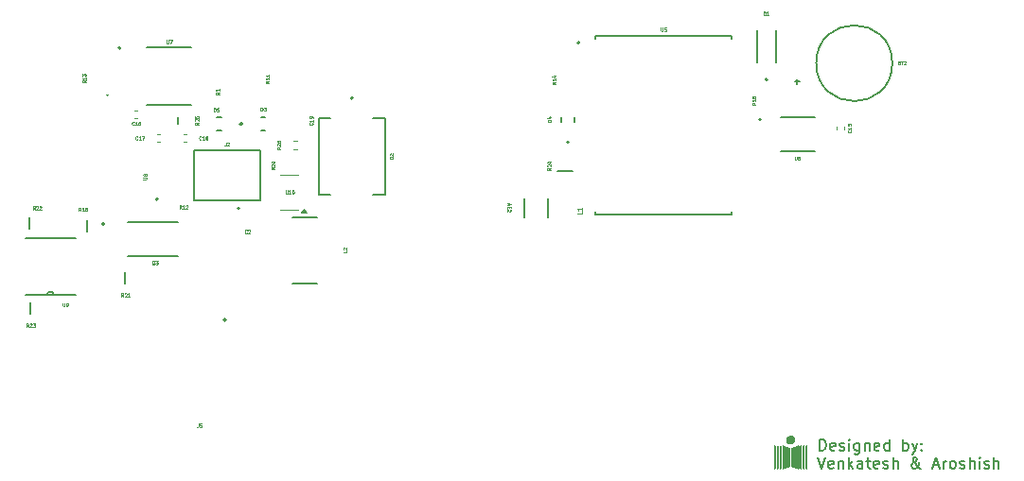
<source format=gbr>
%TF.GenerationSoftware,KiCad,Pcbnew,8.0.3*%
%TF.CreationDate,2025-01-08T01:15:00+05:30*%
%TF.ProjectId,gps,6770732e-6b69-4636-9164-5f7063625858,rev?*%
%TF.SameCoordinates,Original*%
%TF.FileFunction,Legend,Top*%
%TF.FilePolarity,Positive*%
%FSLAX46Y46*%
G04 Gerber Fmt 4.6, Leading zero omitted, Abs format (unit mm)*
G04 Created by KiCad (PCBNEW 8.0.3) date 2025-01-08 01:15:00*
%MOMM*%
%LPD*%
G01*
G04 APERTURE LIST*
%ADD10C,0.200000*%
%ADD11C,0.050000*%
%ADD12C,0.098425*%
%ADD13C,0.120000*%
%ADD14C,0.127000*%
%ADD15C,0.000000*%
%ADD16C,0.152400*%
G04 APERTURE END LIST*
D10*
X190919673Y-95667275D02*
X190919673Y-94667275D01*
X190919673Y-94667275D02*
X191157768Y-94667275D01*
X191157768Y-94667275D02*
X191300625Y-94714894D01*
X191300625Y-94714894D02*
X191395863Y-94810132D01*
X191395863Y-94810132D02*
X191443482Y-94905370D01*
X191443482Y-94905370D02*
X191491101Y-95095846D01*
X191491101Y-95095846D02*
X191491101Y-95238703D01*
X191491101Y-95238703D02*
X191443482Y-95429179D01*
X191443482Y-95429179D02*
X191395863Y-95524417D01*
X191395863Y-95524417D02*
X191300625Y-95619656D01*
X191300625Y-95619656D02*
X191157768Y-95667275D01*
X191157768Y-95667275D02*
X190919673Y-95667275D01*
X192300625Y-95619656D02*
X192205387Y-95667275D01*
X192205387Y-95667275D02*
X192014911Y-95667275D01*
X192014911Y-95667275D02*
X191919673Y-95619656D01*
X191919673Y-95619656D02*
X191872054Y-95524417D01*
X191872054Y-95524417D02*
X191872054Y-95143465D01*
X191872054Y-95143465D02*
X191919673Y-95048227D01*
X191919673Y-95048227D02*
X192014911Y-95000608D01*
X192014911Y-95000608D02*
X192205387Y-95000608D01*
X192205387Y-95000608D02*
X192300625Y-95048227D01*
X192300625Y-95048227D02*
X192348244Y-95143465D01*
X192348244Y-95143465D02*
X192348244Y-95238703D01*
X192348244Y-95238703D02*
X191872054Y-95333941D01*
X192729197Y-95619656D02*
X192824435Y-95667275D01*
X192824435Y-95667275D02*
X193014911Y-95667275D01*
X193014911Y-95667275D02*
X193110149Y-95619656D01*
X193110149Y-95619656D02*
X193157768Y-95524417D01*
X193157768Y-95524417D02*
X193157768Y-95476798D01*
X193157768Y-95476798D02*
X193110149Y-95381560D01*
X193110149Y-95381560D02*
X193014911Y-95333941D01*
X193014911Y-95333941D02*
X192872054Y-95333941D01*
X192872054Y-95333941D02*
X192776816Y-95286322D01*
X192776816Y-95286322D02*
X192729197Y-95191084D01*
X192729197Y-95191084D02*
X192729197Y-95143465D01*
X192729197Y-95143465D02*
X192776816Y-95048227D01*
X192776816Y-95048227D02*
X192872054Y-95000608D01*
X192872054Y-95000608D02*
X193014911Y-95000608D01*
X193014911Y-95000608D02*
X193110149Y-95048227D01*
X193586340Y-95667275D02*
X193586340Y-95000608D01*
X193586340Y-94667275D02*
X193538721Y-94714894D01*
X193538721Y-94714894D02*
X193586340Y-94762513D01*
X193586340Y-94762513D02*
X193633959Y-94714894D01*
X193633959Y-94714894D02*
X193586340Y-94667275D01*
X193586340Y-94667275D02*
X193586340Y-94762513D01*
X194491101Y-95000608D02*
X194491101Y-95810132D01*
X194491101Y-95810132D02*
X194443482Y-95905370D01*
X194443482Y-95905370D02*
X194395863Y-95952989D01*
X194395863Y-95952989D02*
X194300625Y-96000608D01*
X194300625Y-96000608D02*
X194157768Y-96000608D01*
X194157768Y-96000608D02*
X194062530Y-95952989D01*
X194491101Y-95619656D02*
X194395863Y-95667275D01*
X194395863Y-95667275D02*
X194205387Y-95667275D01*
X194205387Y-95667275D02*
X194110149Y-95619656D01*
X194110149Y-95619656D02*
X194062530Y-95572036D01*
X194062530Y-95572036D02*
X194014911Y-95476798D01*
X194014911Y-95476798D02*
X194014911Y-95191084D01*
X194014911Y-95191084D02*
X194062530Y-95095846D01*
X194062530Y-95095846D02*
X194110149Y-95048227D01*
X194110149Y-95048227D02*
X194205387Y-95000608D01*
X194205387Y-95000608D02*
X194395863Y-95000608D01*
X194395863Y-95000608D02*
X194491101Y-95048227D01*
X194967292Y-95000608D02*
X194967292Y-95667275D01*
X194967292Y-95095846D02*
X195014911Y-95048227D01*
X195014911Y-95048227D02*
X195110149Y-95000608D01*
X195110149Y-95000608D02*
X195253006Y-95000608D01*
X195253006Y-95000608D02*
X195348244Y-95048227D01*
X195348244Y-95048227D02*
X195395863Y-95143465D01*
X195395863Y-95143465D02*
X195395863Y-95667275D01*
X196253006Y-95619656D02*
X196157768Y-95667275D01*
X196157768Y-95667275D02*
X195967292Y-95667275D01*
X195967292Y-95667275D02*
X195872054Y-95619656D01*
X195872054Y-95619656D02*
X195824435Y-95524417D01*
X195824435Y-95524417D02*
X195824435Y-95143465D01*
X195824435Y-95143465D02*
X195872054Y-95048227D01*
X195872054Y-95048227D02*
X195967292Y-95000608D01*
X195967292Y-95000608D02*
X196157768Y-95000608D01*
X196157768Y-95000608D02*
X196253006Y-95048227D01*
X196253006Y-95048227D02*
X196300625Y-95143465D01*
X196300625Y-95143465D02*
X196300625Y-95238703D01*
X196300625Y-95238703D02*
X195824435Y-95333941D01*
X197157768Y-95667275D02*
X197157768Y-94667275D01*
X197157768Y-95619656D02*
X197062530Y-95667275D01*
X197062530Y-95667275D02*
X196872054Y-95667275D01*
X196872054Y-95667275D02*
X196776816Y-95619656D01*
X196776816Y-95619656D02*
X196729197Y-95572036D01*
X196729197Y-95572036D02*
X196681578Y-95476798D01*
X196681578Y-95476798D02*
X196681578Y-95191084D01*
X196681578Y-95191084D02*
X196729197Y-95095846D01*
X196729197Y-95095846D02*
X196776816Y-95048227D01*
X196776816Y-95048227D02*
X196872054Y-95000608D01*
X196872054Y-95000608D02*
X197062530Y-95000608D01*
X197062530Y-95000608D02*
X197157768Y-95048227D01*
X198395864Y-95667275D02*
X198395864Y-94667275D01*
X198395864Y-95048227D02*
X198491102Y-95000608D01*
X198491102Y-95000608D02*
X198681578Y-95000608D01*
X198681578Y-95000608D02*
X198776816Y-95048227D01*
X198776816Y-95048227D02*
X198824435Y-95095846D01*
X198824435Y-95095846D02*
X198872054Y-95191084D01*
X198872054Y-95191084D02*
X198872054Y-95476798D01*
X198872054Y-95476798D02*
X198824435Y-95572036D01*
X198824435Y-95572036D02*
X198776816Y-95619656D01*
X198776816Y-95619656D02*
X198681578Y-95667275D01*
X198681578Y-95667275D02*
X198491102Y-95667275D01*
X198491102Y-95667275D02*
X198395864Y-95619656D01*
X199205388Y-95000608D02*
X199443483Y-95667275D01*
X199681578Y-95000608D02*
X199443483Y-95667275D01*
X199443483Y-95667275D02*
X199348245Y-95905370D01*
X199348245Y-95905370D02*
X199300626Y-95952989D01*
X199300626Y-95952989D02*
X199205388Y-96000608D01*
X200062531Y-95572036D02*
X200110150Y-95619656D01*
X200110150Y-95619656D02*
X200062531Y-95667275D01*
X200062531Y-95667275D02*
X200014912Y-95619656D01*
X200014912Y-95619656D02*
X200062531Y-95572036D01*
X200062531Y-95572036D02*
X200062531Y-95667275D01*
X200062531Y-95048227D02*
X200110150Y-95095846D01*
X200110150Y-95095846D02*
X200062531Y-95143465D01*
X200062531Y-95143465D02*
X200014912Y-95095846D01*
X200014912Y-95095846D02*
X200062531Y-95048227D01*
X200062531Y-95048227D02*
X200062531Y-95143465D01*
X190776816Y-96277219D02*
X191110149Y-97277219D01*
X191110149Y-97277219D02*
X191443482Y-96277219D01*
X192157768Y-97229600D02*
X192062530Y-97277219D01*
X192062530Y-97277219D02*
X191872054Y-97277219D01*
X191872054Y-97277219D02*
X191776816Y-97229600D01*
X191776816Y-97229600D02*
X191729197Y-97134361D01*
X191729197Y-97134361D02*
X191729197Y-96753409D01*
X191729197Y-96753409D02*
X191776816Y-96658171D01*
X191776816Y-96658171D02*
X191872054Y-96610552D01*
X191872054Y-96610552D02*
X192062530Y-96610552D01*
X192062530Y-96610552D02*
X192157768Y-96658171D01*
X192157768Y-96658171D02*
X192205387Y-96753409D01*
X192205387Y-96753409D02*
X192205387Y-96848647D01*
X192205387Y-96848647D02*
X191729197Y-96943885D01*
X192633959Y-96610552D02*
X192633959Y-97277219D01*
X192633959Y-96705790D02*
X192681578Y-96658171D01*
X192681578Y-96658171D02*
X192776816Y-96610552D01*
X192776816Y-96610552D02*
X192919673Y-96610552D01*
X192919673Y-96610552D02*
X193014911Y-96658171D01*
X193014911Y-96658171D02*
X193062530Y-96753409D01*
X193062530Y-96753409D02*
X193062530Y-97277219D01*
X193538721Y-97277219D02*
X193538721Y-96277219D01*
X193633959Y-96896266D02*
X193919673Y-97277219D01*
X193919673Y-96610552D02*
X193538721Y-96991504D01*
X194776816Y-97277219D02*
X194776816Y-96753409D01*
X194776816Y-96753409D02*
X194729197Y-96658171D01*
X194729197Y-96658171D02*
X194633959Y-96610552D01*
X194633959Y-96610552D02*
X194443483Y-96610552D01*
X194443483Y-96610552D02*
X194348245Y-96658171D01*
X194776816Y-97229600D02*
X194681578Y-97277219D01*
X194681578Y-97277219D02*
X194443483Y-97277219D01*
X194443483Y-97277219D02*
X194348245Y-97229600D01*
X194348245Y-97229600D02*
X194300626Y-97134361D01*
X194300626Y-97134361D02*
X194300626Y-97039123D01*
X194300626Y-97039123D02*
X194348245Y-96943885D01*
X194348245Y-96943885D02*
X194443483Y-96896266D01*
X194443483Y-96896266D02*
X194681578Y-96896266D01*
X194681578Y-96896266D02*
X194776816Y-96848647D01*
X195110150Y-96610552D02*
X195491102Y-96610552D01*
X195253007Y-96277219D02*
X195253007Y-97134361D01*
X195253007Y-97134361D02*
X195300626Y-97229600D01*
X195300626Y-97229600D02*
X195395864Y-97277219D01*
X195395864Y-97277219D02*
X195491102Y-97277219D01*
X196205388Y-97229600D02*
X196110150Y-97277219D01*
X196110150Y-97277219D02*
X195919674Y-97277219D01*
X195919674Y-97277219D02*
X195824436Y-97229600D01*
X195824436Y-97229600D02*
X195776817Y-97134361D01*
X195776817Y-97134361D02*
X195776817Y-96753409D01*
X195776817Y-96753409D02*
X195824436Y-96658171D01*
X195824436Y-96658171D02*
X195919674Y-96610552D01*
X195919674Y-96610552D02*
X196110150Y-96610552D01*
X196110150Y-96610552D02*
X196205388Y-96658171D01*
X196205388Y-96658171D02*
X196253007Y-96753409D01*
X196253007Y-96753409D02*
X196253007Y-96848647D01*
X196253007Y-96848647D02*
X195776817Y-96943885D01*
X196633960Y-97229600D02*
X196729198Y-97277219D01*
X196729198Y-97277219D02*
X196919674Y-97277219D01*
X196919674Y-97277219D02*
X197014912Y-97229600D01*
X197014912Y-97229600D02*
X197062531Y-97134361D01*
X197062531Y-97134361D02*
X197062531Y-97086742D01*
X197062531Y-97086742D02*
X197014912Y-96991504D01*
X197014912Y-96991504D02*
X196919674Y-96943885D01*
X196919674Y-96943885D02*
X196776817Y-96943885D01*
X196776817Y-96943885D02*
X196681579Y-96896266D01*
X196681579Y-96896266D02*
X196633960Y-96801028D01*
X196633960Y-96801028D02*
X196633960Y-96753409D01*
X196633960Y-96753409D02*
X196681579Y-96658171D01*
X196681579Y-96658171D02*
X196776817Y-96610552D01*
X196776817Y-96610552D02*
X196919674Y-96610552D01*
X196919674Y-96610552D02*
X197014912Y-96658171D01*
X197491103Y-97277219D02*
X197491103Y-96277219D01*
X197919674Y-97277219D02*
X197919674Y-96753409D01*
X197919674Y-96753409D02*
X197872055Y-96658171D01*
X197872055Y-96658171D02*
X197776817Y-96610552D01*
X197776817Y-96610552D02*
X197633960Y-96610552D01*
X197633960Y-96610552D02*
X197538722Y-96658171D01*
X197538722Y-96658171D02*
X197491103Y-96705790D01*
X199967294Y-97277219D02*
X199919675Y-97277219D01*
X199919675Y-97277219D02*
X199824436Y-97229600D01*
X199824436Y-97229600D02*
X199681579Y-97086742D01*
X199681579Y-97086742D02*
X199443484Y-96801028D01*
X199443484Y-96801028D02*
X199348246Y-96658171D01*
X199348246Y-96658171D02*
X199300627Y-96515314D01*
X199300627Y-96515314D02*
X199300627Y-96420076D01*
X199300627Y-96420076D02*
X199348246Y-96324838D01*
X199348246Y-96324838D02*
X199443484Y-96277219D01*
X199443484Y-96277219D02*
X199491103Y-96277219D01*
X199491103Y-96277219D02*
X199586341Y-96324838D01*
X199586341Y-96324838D02*
X199633960Y-96420076D01*
X199633960Y-96420076D02*
X199633960Y-96467695D01*
X199633960Y-96467695D02*
X199586341Y-96562933D01*
X199586341Y-96562933D02*
X199538722Y-96610552D01*
X199538722Y-96610552D02*
X199253008Y-96801028D01*
X199253008Y-96801028D02*
X199205389Y-96848647D01*
X199205389Y-96848647D02*
X199157770Y-96943885D01*
X199157770Y-96943885D02*
X199157770Y-97086742D01*
X199157770Y-97086742D02*
X199205389Y-97181980D01*
X199205389Y-97181980D02*
X199253008Y-97229600D01*
X199253008Y-97229600D02*
X199348246Y-97277219D01*
X199348246Y-97277219D02*
X199491103Y-97277219D01*
X199491103Y-97277219D02*
X199586341Y-97229600D01*
X199586341Y-97229600D02*
X199633960Y-97181980D01*
X199633960Y-97181980D02*
X199776817Y-96991504D01*
X199776817Y-96991504D02*
X199824436Y-96848647D01*
X199824436Y-96848647D02*
X199824436Y-96753409D01*
X201110151Y-96991504D02*
X201586341Y-96991504D01*
X201014913Y-97277219D02*
X201348246Y-96277219D01*
X201348246Y-96277219D02*
X201681579Y-97277219D01*
X202014913Y-97277219D02*
X202014913Y-96610552D01*
X202014913Y-96801028D02*
X202062532Y-96705790D01*
X202062532Y-96705790D02*
X202110151Y-96658171D01*
X202110151Y-96658171D02*
X202205389Y-96610552D01*
X202205389Y-96610552D02*
X202300627Y-96610552D01*
X202776818Y-97277219D02*
X202681580Y-97229600D01*
X202681580Y-97229600D02*
X202633961Y-97181980D01*
X202633961Y-97181980D02*
X202586342Y-97086742D01*
X202586342Y-97086742D02*
X202586342Y-96801028D01*
X202586342Y-96801028D02*
X202633961Y-96705790D01*
X202633961Y-96705790D02*
X202681580Y-96658171D01*
X202681580Y-96658171D02*
X202776818Y-96610552D01*
X202776818Y-96610552D02*
X202919675Y-96610552D01*
X202919675Y-96610552D02*
X203014913Y-96658171D01*
X203014913Y-96658171D02*
X203062532Y-96705790D01*
X203062532Y-96705790D02*
X203110151Y-96801028D01*
X203110151Y-96801028D02*
X203110151Y-97086742D01*
X203110151Y-97086742D02*
X203062532Y-97181980D01*
X203062532Y-97181980D02*
X203014913Y-97229600D01*
X203014913Y-97229600D02*
X202919675Y-97277219D01*
X202919675Y-97277219D02*
X202776818Y-97277219D01*
X203491104Y-97229600D02*
X203586342Y-97277219D01*
X203586342Y-97277219D02*
X203776818Y-97277219D01*
X203776818Y-97277219D02*
X203872056Y-97229600D01*
X203872056Y-97229600D02*
X203919675Y-97134361D01*
X203919675Y-97134361D02*
X203919675Y-97086742D01*
X203919675Y-97086742D02*
X203872056Y-96991504D01*
X203872056Y-96991504D02*
X203776818Y-96943885D01*
X203776818Y-96943885D02*
X203633961Y-96943885D01*
X203633961Y-96943885D02*
X203538723Y-96896266D01*
X203538723Y-96896266D02*
X203491104Y-96801028D01*
X203491104Y-96801028D02*
X203491104Y-96753409D01*
X203491104Y-96753409D02*
X203538723Y-96658171D01*
X203538723Y-96658171D02*
X203633961Y-96610552D01*
X203633961Y-96610552D02*
X203776818Y-96610552D01*
X203776818Y-96610552D02*
X203872056Y-96658171D01*
X204348247Y-97277219D02*
X204348247Y-96277219D01*
X204776818Y-97277219D02*
X204776818Y-96753409D01*
X204776818Y-96753409D02*
X204729199Y-96658171D01*
X204729199Y-96658171D02*
X204633961Y-96610552D01*
X204633961Y-96610552D02*
X204491104Y-96610552D01*
X204491104Y-96610552D02*
X204395866Y-96658171D01*
X204395866Y-96658171D02*
X204348247Y-96705790D01*
X205253009Y-97277219D02*
X205253009Y-96610552D01*
X205253009Y-96277219D02*
X205205390Y-96324838D01*
X205205390Y-96324838D02*
X205253009Y-96372457D01*
X205253009Y-96372457D02*
X205300628Y-96324838D01*
X205300628Y-96324838D02*
X205253009Y-96277219D01*
X205253009Y-96277219D02*
X205253009Y-96372457D01*
X205681580Y-97229600D02*
X205776818Y-97277219D01*
X205776818Y-97277219D02*
X205967294Y-97277219D01*
X205967294Y-97277219D02*
X206062532Y-97229600D01*
X206062532Y-97229600D02*
X206110151Y-97134361D01*
X206110151Y-97134361D02*
X206110151Y-97086742D01*
X206110151Y-97086742D02*
X206062532Y-96991504D01*
X206062532Y-96991504D02*
X205967294Y-96943885D01*
X205967294Y-96943885D02*
X205824437Y-96943885D01*
X205824437Y-96943885D02*
X205729199Y-96896266D01*
X205729199Y-96896266D02*
X205681580Y-96801028D01*
X205681580Y-96801028D02*
X205681580Y-96753409D01*
X205681580Y-96753409D02*
X205729199Y-96658171D01*
X205729199Y-96658171D02*
X205824437Y-96610552D01*
X205824437Y-96610552D02*
X205967294Y-96610552D01*
X205967294Y-96610552D02*
X206062532Y-96658171D01*
X206538723Y-97277219D02*
X206538723Y-96277219D01*
X206967294Y-97277219D02*
X206967294Y-96753409D01*
X206967294Y-96753409D02*
X206919675Y-96658171D01*
X206919675Y-96658171D02*
X206824437Y-96610552D01*
X206824437Y-96610552D02*
X206681580Y-96610552D01*
X206681580Y-96610552D02*
X206586342Y-96658171D01*
X206586342Y-96658171D02*
X206538723Y-96705790D01*
D11*
X129897143Y-67797614D02*
X129882857Y-67811900D01*
X129882857Y-67811900D02*
X129840000Y-67826185D01*
X129840000Y-67826185D02*
X129811428Y-67826185D01*
X129811428Y-67826185D02*
X129768571Y-67811900D01*
X129768571Y-67811900D02*
X129740000Y-67783328D01*
X129740000Y-67783328D02*
X129725714Y-67754757D01*
X129725714Y-67754757D02*
X129711428Y-67697614D01*
X129711428Y-67697614D02*
X129711428Y-67654757D01*
X129711428Y-67654757D02*
X129725714Y-67597614D01*
X129725714Y-67597614D02*
X129740000Y-67569042D01*
X129740000Y-67569042D02*
X129768571Y-67540471D01*
X129768571Y-67540471D02*
X129811428Y-67526185D01*
X129811428Y-67526185D02*
X129840000Y-67526185D01*
X129840000Y-67526185D02*
X129882857Y-67540471D01*
X129882857Y-67540471D02*
X129897143Y-67554757D01*
X130182857Y-67826185D02*
X130011428Y-67826185D01*
X130097143Y-67826185D02*
X130097143Y-67526185D01*
X130097143Y-67526185D02*
X130068571Y-67569042D01*
X130068571Y-67569042D02*
X130040000Y-67597614D01*
X130040000Y-67597614D02*
X130011428Y-67611900D01*
X130282857Y-67526185D02*
X130482857Y-67526185D01*
X130482857Y-67526185D02*
X130354285Y-67826185D01*
X193707614Y-66994856D02*
X193721900Y-67009142D01*
X193721900Y-67009142D02*
X193736185Y-67051999D01*
X193736185Y-67051999D02*
X193736185Y-67080571D01*
X193736185Y-67080571D02*
X193721900Y-67123428D01*
X193721900Y-67123428D02*
X193693328Y-67151999D01*
X193693328Y-67151999D02*
X193664757Y-67166285D01*
X193664757Y-67166285D02*
X193607614Y-67180571D01*
X193607614Y-67180571D02*
X193564757Y-67180571D01*
X193564757Y-67180571D02*
X193507614Y-67166285D01*
X193507614Y-67166285D02*
X193479042Y-67151999D01*
X193479042Y-67151999D02*
X193450471Y-67123428D01*
X193450471Y-67123428D02*
X193436185Y-67080571D01*
X193436185Y-67080571D02*
X193436185Y-67051999D01*
X193436185Y-67051999D02*
X193450471Y-67009142D01*
X193450471Y-67009142D02*
X193464757Y-66994856D01*
X193736185Y-66709142D02*
X193736185Y-66880571D01*
X193736185Y-66794856D02*
X193436185Y-66794856D01*
X193436185Y-66794856D02*
X193479042Y-66823428D01*
X193479042Y-66823428D02*
X193507614Y-66851999D01*
X193507614Y-66851999D02*
X193521900Y-66880571D01*
X193436185Y-66437714D02*
X193436185Y-66580571D01*
X193436185Y-66580571D02*
X193579042Y-66594857D01*
X193579042Y-66594857D02*
X193564757Y-66580571D01*
X193564757Y-66580571D02*
X193550471Y-66552000D01*
X193550471Y-66552000D02*
X193550471Y-66480571D01*
X193550471Y-66480571D02*
X193564757Y-66452000D01*
X193564757Y-66452000D02*
X193579042Y-66437714D01*
X193579042Y-66437714D02*
X193607614Y-66423428D01*
X193607614Y-66423428D02*
X193679042Y-66423428D01*
X193679042Y-66423428D02*
X193707614Y-66437714D01*
X193707614Y-66437714D02*
X193721900Y-66452000D01*
X193721900Y-66452000D02*
X193736185Y-66480571D01*
X193736185Y-66480571D02*
X193736185Y-66552000D01*
X193736185Y-66552000D02*
X193721900Y-66580571D01*
X193721900Y-66580571D02*
X193707614Y-66594857D01*
X185196185Y-64522856D02*
X185053328Y-64622856D01*
X185196185Y-64694285D02*
X184896185Y-64694285D01*
X184896185Y-64694285D02*
X184896185Y-64579999D01*
X184896185Y-64579999D02*
X184910471Y-64551428D01*
X184910471Y-64551428D02*
X184924757Y-64537142D01*
X184924757Y-64537142D02*
X184953328Y-64522856D01*
X184953328Y-64522856D02*
X184996185Y-64522856D01*
X184996185Y-64522856D02*
X185024757Y-64537142D01*
X185024757Y-64537142D02*
X185039042Y-64551428D01*
X185039042Y-64551428D02*
X185053328Y-64579999D01*
X185053328Y-64579999D02*
X185053328Y-64694285D01*
X185196185Y-64237142D02*
X185196185Y-64408571D01*
X185196185Y-64322856D02*
X184896185Y-64322856D01*
X184896185Y-64322856D02*
X184939042Y-64351428D01*
X184939042Y-64351428D02*
X184967614Y-64379999D01*
X184967614Y-64379999D02*
X184981900Y-64408571D01*
X185024757Y-64065714D02*
X185010471Y-64094285D01*
X185010471Y-64094285D02*
X184996185Y-64108571D01*
X184996185Y-64108571D02*
X184967614Y-64122857D01*
X184967614Y-64122857D02*
X184953328Y-64122857D01*
X184953328Y-64122857D02*
X184924757Y-64108571D01*
X184924757Y-64108571D02*
X184910471Y-64094285D01*
X184910471Y-64094285D02*
X184896185Y-64065714D01*
X184896185Y-64065714D02*
X184896185Y-64008571D01*
X184896185Y-64008571D02*
X184910471Y-63980000D01*
X184910471Y-63980000D02*
X184924757Y-63965714D01*
X184924757Y-63965714D02*
X184953328Y-63951428D01*
X184953328Y-63951428D02*
X184967614Y-63951428D01*
X184967614Y-63951428D02*
X184996185Y-63965714D01*
X184996185Y-63965714D02*
X185010471Y-63980000D01*
X185010471Y-63980000D02*
X185024757Y-64008571D01*
X185024757Y-64008571D02*
X185024757Y-64065714D01*
X185024757Y-64065714D02*
X185039042Y-64094285D01*
X185039042Y-64094285D02*
X185053328Y-64108571D01*
X185053328Y-64108571D02*
X185081900Y-64122857D01*
X185081900Y-64122857D02*
X185139042Y-64122857D01*
X185139042Y-64122857D02*
X185167614Y-64108571D01*
X185167614Y-64108571D02*
X185181900Y-64094285D01*
X185181900Y-64094285D02*
X185196185Y-64065714D01*
X185196185Y-64065714D02*
X185196185Y-64008571D01*
X185196185Y-64008571D02*
X185181900Y-63980000D01*
X185181900Y-63980000D02*
X185167614Y-63965714D01*
X185167614Y-63965714D02*
X185139042Y-63951428D01*
X185139042Y-63951428D02*
X185081900Y-63951428D01*
X185081900Y-63951428D02*
X185053328Y-63965714D01*
X185053328Y-63965714D02*
X185039042Y-63980000D01*
X185039042Y-63980000D02*
X185024757Y-64008571D01*
X145557614Y-66312856D02*
X145571900Y-66327142D01*
X145571900Y-66327142D02*
X145586185Y-66369999D01*
X145586185Y-66369999D02*
X145586185Y-66398571D01*
X145586185Y-66398571D02*
X145571900Y-66441428D01*
X145571900Y-66441428D02*
X145543328Y-66469999D01*
X145543328Y-66469999D02*
X145514757Y-66484285D01*
X145514757Y-66484285D02*
X145457614Y-66498571D01*
X145457614Y-66498571D02*
X145414757Y-66498571D01*
X145414757Y-66498571D02*
X145357614Y-66484285D01*
X145357614Y-66484285D02*
X145329042Y-66469999D01*
X145329042Y-66469999D02*
X145300471Y-66441428D01*
X145300471Y-66441428D02*
X145286185Y-66398571D01*
X145286185Y-66398571D02*
X145286185Y-66369999D01*
X145286185Y-66369999D02*
X145300471Y-66327142D01*
X145300471Y-66327142D02*
X145314757Y-66312856D01*
X145586185Y-66027142D02*
X145586185Y-66198571D01*
X145586185Y-66112856D02*
X145286185Y-66112856D01*
X145286185Y-66112856D02*
X145329042Y-66141428D01*
X145329042Y-66141428D02*
X145357614Y-66169999D01*
X145357614Y-66169999D02*
X145371900Y-66198571D01*
X145586185Y-65884285D02*
X145586185Y-65827142D01*
X145586185Y-65827142D02*
X145571900Y-65798571D01*
X145571900Y-65798571D02*
X145557614Y-65784285D01*
X145557614Y-65784285D02*
X145514757Y-65755714D01*
X145514757Y-65755714D02*
X145457614Y-65741428D01*
X145457614Y-65741428D02*
X145343328Y-65741428D01*
X145343328Y-65741428D02*
X145314757Y-65755714D01*
X145314757Y-65755714D02*
X145300471Y-65770000D01*
X145300471Y-65770000D02*
X145286185Y-65798571D01*
X145286185Y-65798571D02*
X145286185Y-65855714D01*
X145286185Y-65855714D02*
X145300471Y-65884285D01*
X145300471Y-65884285D02*
X145314757Y-65898571D01*
X145314757Y-65898571D02*
X145343328Y-65912857D01*
X145343328Y-65912857D02*
X145414757Y-65912857D01*
X145414757Y-65912857D02*
X145443328Y-65898571D01*
X145443328Y-65898571D02*
X145457614Y-65884285D01*
X145457614Y-65884285D02*
X145471900Y-65855714D01*
X145471900Y-65855714D02*
X145471900Y-65798571D01*
X145471900Y-65798571D02*
X145457614Y-65770000D01*
X145457614Y-65770000D02*
X145443328Y-65755714D01*
X145443328Y-65755714D02*
X145414757Y-65741428D01*
X140928571Y-65236185D02*
X140928571Y-64936185D01*
X140928571Y-64936185D02*
X141000000Y-64936185D01*
X141000000Y-64936185D02*
X141042857Y-64950471D01*
X141042857Y-64950471D02*
X141071428Y-64979042D01*
X141071428Y-64979042D02*
X141085714Y-65007614D01*
X141085714Y-65007614D02*
X141100000Y-65064757D01*
X141100000Y-65064757D02*
X141100000Y-65107614D01*
X141100000Y-65107614D02*
X141085714Y-65164757D01*
X141085714Y-65164757D02*
X141071428Y-65193328D01*
X141071428Y-65193328D02*
X141042857Y-65221900D01*
X141042857Y-65221900D02*
X141000000Y-65236185D01*
X141000000Y-65236185D02*
X140928571Y-65236185D01*
X141200000Y-64936185D02*
X141385714Y-64936185D01*
X141385714Y-64936185D02*
X141285714Y-65050471D01*
X141285714Y-65050471D02*
X141328571Y-65050471D01*
X141328571Y-65050471D02*
X141357143Y-65064757D01*
X141357143Y-65064757D02*
X141371428Y-65079042D01*
X141371428Y-65079042D02*
X141385714Y-65107614D01*
X141385714Y-65107614D02*
X141385714Y-65179042D01*
X141385714Y-65179042D02*
X141371428Y-65207614D01*
X141371428Y-65207614D02*
X141357143Y-65221900D01*
X141357143Y-65221900D02*
X141328571Y-65236185D01*
X141328571Y-65236185D02*
X141242857Y-65236185D01*
X141242857Y-65236185D02*
X141214285Y-65221900D01*
X141214285Y-65221900D02*
X141200000Y-65207614D01*
X130426185Y-71358571D02*
X130669042Y-71358571D01*
X130669042Y-71358571D02*
X130697614Y-71344285D01*
X130697614Y-71344285D02*
X130711900Y-71330000D01*
X130711900Y-71330000D02*
X130726185Y-71301428D01*
X130726185Y-71301428D02*
X130726185Y-71244285D01*
X130726185Y-71244285D02*
X130711900Y-71215714D01*
X130711900Y-71215714D02*
X130697614Y-71201428D01*
X130697614Y-71201428D02*
X130669042Y-71187142D01*
X130669042Y-71187142D02*
X130426185Y-71187142D01*
X130554757Y-71001428D02*
X130540471Y-71029999D01*
X130540471Y-71029999D02*
X130526185Y-71044285D01*
X130526185Y-71044285D02*
X130497614Y-71058571D01*
X130497614Y-71058571D02*
X130483328Y-71058571D01*
X130483328Y-71058571D02*
X130454757Y-71044285D01*
X130454757Y-71044285D02*
X130440471Y-71029999D01*
X130440471Y-71029999D02*
X130426185Y-71001428D01*
X130426185Y-71001428D02*
X130426185Y-70944285D01*
X130426185Y-70944285D02*
X130440471Y-70915714D01*
X130440471Y-70915714D02*
X130454757Y-70901428D01*
X130454757Y-70901428D02*
X130483328Y-70887142D01*
X130483328Y-70887142D02*
X130497614Y-70887142D01*
X130497614Y-70887142D02*
X130526185Y-70901428D01*
X130526185Y-70901428D02*
X130540471Y-70915714D01*
X130540471Y-70915714D02*
X130554757Y-70944285D01*
X130554757Y-70944285D02*
X130554757Y-71001428D01*
X130554757Y-71001428D02*
X130569042Y-71029999D01*
X130569042Y-71029999D02*
X130583328Y-71044285D01*
X130583328Y-71044285D02*
X130611900Y-71058571D01*
X130611900Y-71058571D02*
X130669042Y-71058571D01*
X130669042Y-71058571D02*
X130697614Y-71044285D01*
X130697614Y-71044285D02*
X130711900Y-71029999D01*
X130711900Y-71029999D02*
X130726185Y-71001428D01*
X130726185Y-71001428D02*
X130726185Y-70944285D01*
X130726185Y-70944285D02*
X130711900Y-70915714D01*
X130711900Y-70915714D02*
X130697614Y-70901428D01*
X130697614Y-70901428D02*
X130669042Y-70887142D01*
X130669042Y-70887142D02*
X130611900Y-70887142D01*
X130611900Y-70887142D02*
X130583328Y-70901428D01*
X130583328Y-70901428D02*
X130569042Y-70915714D01*
X130569042Y-70915714D02*
X130554757Y-70944285D01*
X198064286Y-60939042D02*
X198107143Y-60953328D01*
X198107143Y-60953328D02*
X198121429Y-60967614D01*
X198121429Y-60967614D02*
X198135715Y-60996185D01*
X198135715Y-60996185D02*
X198135715Y-61039042D01*
X198135715Y-61039042D02*
X198121429Y-61067614D01*
X198121429Y-61067614D02*
X198107143Y-61081900D01*
X198107143Y-61081900D02*
X198078572Y-61096185D01*
X198078572Y-61096185D02*
X197964286Y-61096185D01*
X197964286Y-61096185D02*
X197964286Y-60796185D01*
X197964286Y-60796185D02*
X198064286Y-60796185D01*
X198064286Y-60796185D02*
X198092858Y-60810471D01*
X198092858Y-60810471D02*
X198107143Y-60824757D01*
X198107143Y-60824757D02*
X198121429Y-60853328D01*
X198121429Y-60853328D02*
X198121429Y-60881900D01*
X198121429Y-60881900D02*
X198107143Y-60910471D01*
X198107143Y-60910471D02*
X198092858Y-60924757D01*
X198092858Y-60924757D02*
X198064286Y-60939042D01*
X198064286Y-60939042D02*
X197964286Y-60939042D01*
X198221429Y-60796185D02*
X198392858Y-60796185D01*
X198307143Y-61096185D02*
X198307143Y-60796185D01*
X198478571Y-60824757D02*
X198492857Y-60810471D01*
X198492857Y-60810471D02*
X198521429Y-60796185D01*
X198521429Y-60796185D02*
X198592857Y-60796185D01*
X198592857Y-60796185D02*
X198621429Y-60810471D01*
X198621429Y-60810471D02*
X198635714Y-60824757D01*
X198635714Y-60824757D02*
X198650000Y-60853328D01*
X198650000Y-60853328D02*
X198650000Y-60881900D01*
X198650000Y-60881900D02*
X198635714Y-60924757D01*
X198635714Y-60924757D02*
X198464286Y-61096185D01*
X198464286Y-61096185D02*
X198650000Y-61096185D01*
X128647143Y-81876185D02*
X128547143Y-81733328D01*
X128475714Y-81876185D02*
X128475714Y-81576185D01*
X128475714Y-81576185D02*
X128590000Y-81576185D01*
X128590000Y-81576185D02*
X128618571Y-81590471D01*
X128618571Y-81590471D02*
X128632857Y-81604757D01*
X128632857Y-81604757D02*
X128647143Y-81633328D01*
X128647143Y-81633328D02*
X128647143Y-81676185D01*
X128647143Y-81676185D02*
X128632857Y-81704757D01*
X128632857Y-81704757D02*
X128618571Y-81719042D01*
X128618571Y-81719042D02*
X128590000Y-81733328D01*
X128590000Y-81733328D02*
X128475714Y-81733328D01*
X128761428Y-81604757D02*
X128775714Y-81590471D01*
X128775714Y-81590471D02*
X128804286Y-81576185D01*
X128804286Y-81576185D02*
X128875714Y-81576185D01*
X128875714Y-81576185D02*
X128904286Y-81590471D01*
X128904286Y-81590471D02*
X128918571Y-81604757D01*
X128918571Y-81604757D02*
X128932857Y-81633328D01*
X128932857Y-81633328D02*
X128932857Y-81661900D01*
X128932857Y-81661900D02*
X128918571Y-81704757D01*
X128918571Y-81704757D02*
X128747143Y-81876185D01*
X128747143Y-81876185D02*
X128932857Y-81876185D01*
X129218571Y-81876185D02*
X129047142Y-81876185D01*
X129132857Y-81876185D02*
X129132857Y-81576185D01*
X129132857Y-81576185D02*
X129104285Y-81619042D01*
X129104285Y-81619042D02*
X129075714Y-81647614D01*
X129075714Y-81647614D02*
X129047142Y-81661900D01*
X136738571Y-65296185D02*
X136738571Y-64996185D01*
X136738571Y-64996185D02*
X136810000Y-64996185D01*
X136810000Y-64996185D02*
X136852857Y-65010471D01*
X136852857Y-65010471D02*
X136881428Y-65039042D01*
X136881428Y-65039042D02*
X136895714Y-65067614D01*
X136895714Y-65067614D02*
X136910000Y-65124757D01*
X136910000Y-65124757D02*
X136910000Y-65167614D01*
X136910000Y-65167614D02*
X136895714Y-65224757D01*
X136895714Y-65224757D02*
X136881428Y-65253328D01*
X136881428Y-65253328D02*
X136852857Y-65281900D01*
X136852857Y-65281900D02*
X136810000Y-65296185D01*
X136810000Y-65296185D02*
X136738571Y-65296185D01*
X137181428Y-64996185D02*
X137038571Y-64996185D01*
X137038571Y-64996185D02*
X137024285Y-65139042D01*
X137024285Y-65139042D02*
X137038571Y-65124757D01*
X137038571Y-65124757D02*
X137067143Y-65110471D01*
X137067143Y-65110471D02*
X137138571Y-65110471D01*
X137138571Y-65110471D02*
X137167143Y-65124757D01*
X137167143Y-65124757D02*
X137181428Y-65139042D01*
X137181428Y-65139042D02*
X137195714Y-65167614D01*
X137195714Y-65167614D02*
X137195714Y-65239042D01*
X137195714Y-65239042D02*
X137181428Y-65267614D01*
X137181428Y-65267614D02*
X137167143Y-65281900D01*
X137167143Y-65281900D02*
X137138571Y-65296185D01*
X137138571Y-65296185D02*
X137067143Y-65296185D01*
X137067143Y-65296185D02*
X137038571Y-65281900D01*
X137038571Y-65281900D02*
X137024285Y-65267614D01*
X120157143Y-84596185D02*
X120057143Y-84453328D01*
X119985714Y-84596185D02*
X119985714Y-84296185D01*
X119985714Y-84296185D02*
X120100000Y-84296185D01*
X120100000Y-84296185D02*
X120128571Y-84310471D01*
X120128571Y-84310471D02*
X120142857Y-84324757D01*
X120142857Y-84324757D02*
X120157143Y-84353328D01*
X120157143Y-84353328D02*
X120157143Y-84396185D01*
X120157143Y-84396185D02*
X120142857Y-84424757D01*
X120142857Y-84424757D02*
X120128571Y-84439042D01*
X120128571Y-84439042D02*
X120100000Y-84453328D01*
X120100000Y-84453328D02*
X119985714Y-84453328D01*
X120271428Y-84324757D02*
X120285714Y-84310471D01*
X120285714Y-84310471D02*
X120314286Y-84296185D01*
X120314286Y-84296185D02*
X120385714Y-84296185D01*
X120385714Y-84296185D02*
X120414286Y-84310471D01*
X120414286Y-84310471D02*
X120428571Y-84324757D01*
X120428571Y-84324757D02*
X120442857Y-84353328D01*
X120442857Y-84353328D02*
X120442857Y-84381900D01*
X120442857Y-84381900D02*
X120428571Y-84424757D01*
X120428571Y-84424757D02*
X120257143Y-84596185D01*
X120257143Y-84596185D02*
X120442857Y-84596185D01*
X120542857Y-84296185D02*
X120728571Y-84296185D01*
X120728571Y-84296185D02*
X120628571Y-84410471D01*
X120628571Y-84410471D02*
X120671428Y-84410471D01*
X120671428Y-84410471D02*
X120700000Y-84424757D01*
X120700000Y-84424757D02*
X120714285Y-84439042D01*
X120714285Y-84439042D02*
X120728571Y-84467614D01*
X120728571Y-84467614D02*
X120728571Y-84539042D01*
X120728571Y-84539042D02*
X120714285Y-84567614D01*
X120714285Y-84567614D02*
X120700000Y-84581900D01*
X120700000Y-84581900D02*
X120671428Y-84596185D01*
X120671428Y-84596185D02*
X120585714Y-84596185D01*
X120585714Y-84596185D02*
X120557142Y-84581900D01*
X120557142Y-84581900D02*
X120542857Y-84567614D01*
X129587143Y-66487614D02*
X129572857Y-66501900D01*
X129572857Y-66501900D02*
X129530000Y-66516185D01*
X129530000Y-66516185D02*
X129501428Y-66516185D01*
X129501428Y-66516185D02*
X129458571Y-66501900D01*
X129458571Y-66501900D02*
X129430000Y-66473328D01*
X129430000Y-66473328D02*
X129415714Y-66444757D01*
X129415714Y-66444757D02*
X129401428Y-66387614D01*
X129401428Y-66387614D02*
X129401428Y-66344757D01*
X129401428Y-66344757D02*
X129415714Y-66287614D01*
X129415714Y-66287614D02*
X129430000Y-66259042D01*
X129430000Y-66259042D02*
X129458571Y-66230471D01*
X129458571Y-66230471D02*
X129501428Y-66216185D01*
X129501428Y-66216185D02*
X129530000Y-66216185D01*
X129530000Y-66216185D02*
X129572857Y-66230471D01*
X129572857Y-66230471D02*
X129587143Y-66244757D01*
X129872857Y-66516185D02*
X129701428Y-66516185D01*
X129787143Y-66516185D02*
X129787143Y-66216185D01*
X129787143Y-66216185D02*
X129758571Y-66259042D01*
X129758571Y-66259042D02*
X129730000Y-66287614D01*
X129730000Y-66287614D02*
X129701428Y-66301900D01*
X130130000Y-66216185D02*
X130072857Y-66216185D01*
X130072857Y-66216185D02*
X130044285Y-66230471D01*
X130044285Y-66230471D02*
X130030000Y-66244757D01*
X130030000Y-66244757D02*
X130001428Y-66287614D01*
X130001428Y-66287614D02*
X129987142Y-66344757D01*
X129987142Y-66344757D02*
X129987142Y-66459042D01*
X129987142Y-66459042D02*
X130001428Y-66487614D01*
X130001428Y-66487614D02*
X130015714Y-66501900D01*
X130015714Y-66501900D02*
X130044285Y-66516185D01*
X130044285Y-66516185D02*
X130101428Y-66516185D01*
X130101428Y-66516185D02*
X130130000Y-66501900D01*
X130130000Y-66501900D02*
X130144285Y-66487614D01*
X130144285Y-66487614D02*
X130158571Y-66459042D01*
X130158571Y-66459042D02*
X130158571Y-66387614D01*
X130158571Y-66387614D02*
X130144285Y-66359042D01*
X130144285Y-66359042D02*
X130130000Y-66344757D01*
X130130000Y-66344757D02*
X130101428Y-66330471D01*
X130101428Y-66330471D02*
X130044285Y-66330471D01*
X130044285Y-66330471D02*
X130015714Y-66344757D01*
X130015714Y-66344757D02*
X130001428Y-66359042D01*
X130001428Y-66359042D02*
X129987142Y-66387614D01*
X135363250Y-93268685D02*
X135363250Y-93482971D01*
X135363250Y-93482971D02*
X135348965Y-93525828D01*
X135348965Y-93525828D02*
X135320393Y-93554400D01*
X135320393Y-93554400D02*
X135277536Y-93568685D01*
X135277536Y-93568685D02*
X135248965Y-93568685D01*
X135648964Y-93268685D02*
X135506107Y-93268685D01*
X135506107Y-93268685D02*
X135491821Y-93411542D01*
X135491821Y-93411542D02*
X135506107Y-93397257D01*
X135506107Y-93397257D02*
X135534679Y-93382971D01*
X135534679Y-93382971D02*
X135606107Y-93382971D01*
X135606107Y-93382971D02*
X135634679Y-93397257D01*
X135634679Y-93397257D02*
X135648964Y-93411542D01*
X135648964Y-93411542D02*
X135663250Y-93440114D01*
X135663250Y-93440114D02*
X135663250Y-93511542D01*
X135663250Y-93511542D02*
X135648964Y-93540114D01*
X135648964Y-93540114D02*
X135634679Y-93554400D01*
X135634679Y-93554400D02*
X135606107Y-93568685D01*
X135606107Y-93568685D02*
X135534679Y-93568685D01*
X135534679Y-93568685D02*
X135506107Y-93554400D01*
X135506107Y-93554400D02*
X135491821Y-93540114D01*
X176731428Y-57796185D02*
X176731428Y-58039042D01*
X176731428Y-58039042D02*
X176745714Y-58067614D01*
X176745714Y-58067614D02*
X176760000Y-58081900D01*
X176760000Y-58081900D02*
X176788571Y-58096185D01*
X176788571Y-58096185D02*
X176845714Y-58096185D01*
X176845714Y-58096185D02*
X176874285Y-58081900D01*
X176874285Y-58081900D02*
X176888571Y-58067614D01*
X176888571Y-58067614D02*
X176902857Y-58039042D01*
X176902857Y-58039042D02*
X176902857Y-57796185D01*
X177188571Y-57796185D02*
X177045714Y-57796185D01*
X177045714Y-57796185D02*
X177031428Y-57939042D01*
X177031428Y-57939042D02*
X177045714Y-57924757D01*
X177045714Y-57924757D02*
X177074286Y-57910471D01*
X177074286Y-57910471D02*
X177145714Y-57910471D01*
X177145714Y-57910471D02*
X177174286Y-57924757D01*
X177174286Y-57924757D02*
X177188571Y-57939042D01*
X177188571Y-57939042D02*
X177202857Y-57967614D01*
X177202857Y-57967614D02*
X177202857Y-58039042D01*
X177202857Y-58039042D02*
X177188571Y-58067614D01*
X177188571Y-58067614D02*
X177174286Y-58081900D01*
X177174286Y-58081900D02*
X177145714Y-58096185D01*
X177145714Y-58096185D02*
X177074286Y-58096185D01*
X177074286Y-58096185D02*
X177045714Y-58081900D01*
X177045714Y-58081900D02*
X177031428Y-58067614D01*
X120727143Y-74086185D02*
X120627143Y-73943328D01*
X120555714Y-74086185D02*
X120555714Y-73786185D01*
X120555714Y-73786185D02*
X120670000Y-73786185D01*
X120670000Y-73786185D02*
X120698571Y-73800471D01*
X120698571Y-73800471D02*
X120712857Y-73814757D01*
X120712857Y-73814757D02*
X120727143Y-73843328D01*
X120727143Y-73843328D02*
X120727143Y-73886185D01*
X120727143Y-73886185D02*
X120712857Y-73914757D01*
X120712857Y-73914757D02*
X120698571Y-73929042D01*
X120698571Y-73929042D02*
X120670000Y-73943328D01*
X120670000Y-73943328D02*
X120555714Y-73943328D01*
X120841428Y-73814757D02*
X120855714Y-73800471D01*
X120855714Y-73800471D02*
X120884286Y-73786185D01*
X120884286Y-73786185D02*
X120955714Y-73786185D01*
X120955714Y-73786185D02*
X120984286Y-73800471D01*
X120984286Y-73800471D02*
X120998571Y-73814757D01*
X120998571Y-73814757D02*
X121012857Y-73843328D01*
X121012857Y-73843328D02*
X121012857Y-73871900D01*
X121012857Y-73871900D02*
X120998571Y-73914757D01*
X120998571Y-73914757D02*
X120827143Y-74086185D01*
X120827143Y-74086185D02*
X121012857Y-74086185D01*
X121127142Y-73814757D02*
X121141428Y-73800471D01*
X121141428Y-73800471D02*
X121170000Y-73786185D01*
X121170000Y-73786185D02*
X121241428Y-73786185D01*
X121241428Y-73786185D02*
X121270000Y-73800471D01*
X121270000Y-73800471D02*
X121284285Y-73814757D01*
X121284285Y-73814757D02*
X121298571Y-73843328D01*
X121298571Y-73843328D02*
X121298571Y-73871900D01*
X121298571Y-73871900D02*
X121284285Y-73914757D01*
X121284285Y-73914757D02*
X121112857Y-74086185D01*
X121112857Y-74086185D02*
X121298571Y-74086185D01*
X167316185Y-62662856D02*
X167173328Y-62762856D01*
X167316185Y-62834285D02*
X167016185Y-62834285D01*
X167016185Y-62834285D02*
X167016185Y-62719999D01*
X167016185Y-62719999D02*
X167030471Y-62691428D01*
X167030471Y-62691428D02*
X167044757Y-62677142D01*
X167044757Y-62677142D02*
X167073328Y-62662856D01*
X167073328Y-62662856D02*
X167116185Y-62662856D01*
X167116185Y-62662856D02*
X167144757Y-62677142D01*
X167144757Y-62677142D02*
X167159042Y-62691428D01*
X167159042Y-62691428D02*
X167173328Y-62719999D01*
X167173328Y-62719999D02*
X167173328Y-62834285D01*
X167316185Y-62377142D02*
X167316185Y-62548571D01*
X167316185Y-62462856D02*
X167016185Y-62462856D01*
X167016185Y-62462856D02*
X167059042Y-62491428D01*
X167059042Y-62491428D02*
X167087614Y-62519999D01*
X167087614Y-62519999D02*
X167101900Y-62548571D01*
X167116185Y-62120000D02*
X167316185Y-62120000D01*
X167001900Y-62191428D02*
X167216185Y-62262857D01*
X167216185Y-62262857D02*
X167216185Y-62077142D01*
X125276185Y-62512856D02*
X125133328Y-62612856D01*
X125276185Y-62684285D02*
X124976185Y-62684285D01*
X124976185Y-62684285D02*
X124976185Y-62569999D01*
X124976185Y-62569999D02*
X124990471Y-62541428D01*
X124990471Y-62541428D02*
X125004757Y-62527142D01*
X125004757Y-62527142D02*
X125033328Y-62512856D01*
X125033328Y-62512856D02*
X125076185Y-62512856D01*
X125076185Y-62512856D02*
X125104757Y-62527142D01*
X125104757Y-62527142D02*
X125119042Y-62541428D01*
X125119042Y-62541428D02*
X125133328Y-62569999D01*
X125133328Y-62569999D02*
X125133328Y-62684285D01*
X125276185Y-62227142D02*
X125276185Y-62398571D01*
X125276185Y-62312856D02*
X124976185Y-62312856D01*
X124976185Y-62312856D02*
X125019042Y-62341428D01*
X125019042Y-62341428D02*
X125047614Y-62369999D01*
X125047614Y-62369999D02*
X125061900Y-62398571D01*
X124976185Y-62127142D02*
X124976185Y-61941428D01*
X124976185Y-61941428D02*
X125090471Y-62041428D01*
X125090471Y-62041428D02*
X125090471Y-61998571D01*
X125090471Y-61998571D02*
X125104757Y-61970000D01*
X125104757Y-61970000D02*
X125119042Y-61955714D01*
X125119042Y-61955714D02*
X125147614Y-61941428D01*
X125147614Y-61941428D02*
X125219042Y-61941428D01*
X125219042Y-61941428D02*
X125247614Y-61955714D01*
X125247614Y-61955714D02*
X125261900Y-61970000D01*
X125261900Y-61970000D02*
X125276185Y-61998571D01*
X125276185Y-61998571D02*
X125276185Y-62084285D01*
X125276185Y-62084285D02*
X125261900Y-62112857D01*
X125261900Y-62112857D02*
X125247614Y-62127142D01*
D12*
X169645014Y-74281616D02*
X169645014Y-74469092D01*
X169645014Y-74469092D02*
X169251313Y-74469092D01*
X169645014Y-73944158D02*
X169645014Y-74169130D01*
X169645014Y-74056644D02*
X169251313Y-74056644D01*
X169251313Y-74056644D02*
X169307556Y-74094139D01*
X169307556Y-74094139D02*
X169345052Y-74131635D01*
X169345052Y-74131635D02*
X169363799Y-74169130D01*
D11*
X133827143Y-74006185D02*
X133727143Y-73863328D01*
X133655714Y-74006185D02*
X133655714Y-73706185D01*
X133655714Y-73706185D02*
X133770000Y-73706185D01*
X133770000Y-73706185D02*
X133798571Y-73720471D01*
X133798571Y-73720471D02*
X133812857Y-73734757D01*
X133812857Y-73734757D02*
X133827143Y-73763328D01*
X133827143Y-73763328D02*
X133827143Y-73806185D01*
X133827143Y-73806185D02*
X133812857Y-73834757D01*
X133812857Y-73834757D02*
X133798571Y-73849042D01*
X133798571Y-73849042D02*
X133770000Y-73863328D01*
X133770000Y-73863328D02*
X133655714Y-73863328D01*
X134112857Y-74006185D02*
X133941428Y-74006185D01*
X134027143Y-74006185D02*
X134027143Y-73706185D01*
X134027143Y-73706185D02*
X133998571Y-73749042D01*
X133998571Y-73749042D02*
X133970000Y-73777614D01*
X133970000Y-73777614D02*
X133941428Y-73791900D01*
X134227142Y-73734757D02*
X134241428Y-73720471D01*
X134241428Y-73720471D02*
X134270000Y-73706185D01*
X134270000Y-73706185D02*
X134341428Y-73706185D01*
X134341428Y-73706185D02*
X134370000Y-73720471D01*
X134370000Y-73720471D02*
X134384285Y-73734757D01*
X134384285Y-73734757D02*
X134398571Y-73763328D01*
X134398571Y-73763328D02*
X134398571Y-73791900D01*
X134398571Y-73791900D02*
X134384285Y-73834757D01*
X134384285Y-73834757D02*
X134212857Y-74006185D01*
X134212857Y-74006185D02*
X134398571Y-74006185D01*
X141656185Y-62552856D02*
X141513328Y-62652856D01*
X141656185Y-62724285D02*
X141356185Y-62724285D01*
X141356185Y-62724285D02*
X141356185Y-62609999D01*
X141356185Y-62609999D02*
X141370471Y-62581428D01*
X141370471Y-62581428D02*
X141384757Y-62567142D01*
X141384757Y-62567142D02*
X141413328Y-62552856D01*
X141413328Y-62552856D02*
X141456185Y-62552856D01*
X141456185Y-62552856D02*
X141484757Y-62567142D01*
X141484757Y-62567142D02*
X141499042Y-62581428D01*
X141499042Y-62581428D02*
X141513328Y-62609999D01*
X141513328Y-62609999D02*
X141513328Y-62724285D01*
X141656185Y-62267142D02*
X141656185Y-62438571D01*
X141656185Y-62352856D02*
X141356185Y-62352856D01*
X141356185Y-62352856D02*
X141399042Y-62381428D01*
X141399042Y-62381428D02*
X141427614Y-62409999D01*
X141427614Y-62409999D02*
X141441900Y-62438571D01*
X141656185Y-61981428D02*
X141656185Y-62152857D01*
X141656185Y-62067142D02*
X141356185Y-62067142D01*
X141356185Y-62067142D02*
X141399042Y-62095714D01*
X141399042Y-62095714D02*
X141427614Y-62124285D01*
X141427614Y-62124285D02*
X141441900Y-62152857D01*
X188691428Y-69326185D02*
X188691428Y-69569042D01*
X188691428Y-69569042D02*
X188705714Y-69597614D01*
X188705714Y-69597614D02*
X188720000Y-69611900D01*
X188720000Y-69611900D02*
X188748571Y-69626185D01*
X188748571Y-69626185D02*
X188805714Y-69626185D01*
X188805714Y-69626185D02*
X188834285Y-69611900D01*
X188834285Y-69611900D02*
X188848571Y-69597614D01*
X188848571Y-69597614D02*
X188862857Y-69569042D01*
X188862857Y-69569042D02*
X188862857Y-69326185D01*
X189134286Y-69326185D02*
X189077143Y-69326185D01*
X189077143Y-69326185D02*
X189048571Y-69340471D01*
X189048571Y-69340471D02*
X189034286Y-69354757D01*
X189034286Y-69354757D02*
X189005714Y-69397614D01*
X189005714Y-69397614D02*
X188991428Y-69454757D01*
X188991428Y-69454757D02*
X188991428Y-69569042D01*
X188991428Y-69569042D02*
X189005714Y-69597614D01*
X189005714Y-69597614D02*
X189020000Y-69611900D01*
X189020000Y-69611900D02*
X189048571Y-69626185D01*
X189048571Y-69626185D02*
X189105714Y-69626185D01*
X189105714Y-69626185D02*
X189134286Y-69611900D01*
X189134286Y-69611900D02*
X189148571Y-69597614D01*
X189148571Y-69597614D02*
X189162857Y-69569042D01*
X189162857Y-69569042D02*
X189162857Y-69497614D01*
X189162857Y-69497614D02*
X189148571Y-69469042D01*
X189148571Y-69469042D02*
X189134286Y-69454757D01*
X189134286Y-69454757D02*
X189105714Y-69440471D01*
X189105714Y-69440471D02*
X189048571Y-69440471D01*
X189048571Y-69440471D02*
X189020000Y-69454757D01*
X189020000Y-69454757D02*
X189005714Y-69469042D01*
X189005714Y-69469042D02*
X188991428Y-69497614D01*
X148596185Y-77769999D02*
X148596185Y-77912856D01*
X148596185Y-77912856D02*
X148296185Y-77912856D01*
X148324757Y-77684285D02*
X148310471Y-77669999D01*
X148310471Y-77669999D02*
X148296185Y-77641428D01*
X148296185Y-77641428D02*
X148296185Y-77569999D01*
X148296185Y-77569999D02*
X148310471Y-77541428D01*
X148310471Y-77541428D02*
X148324757Y-77527142D01*
X148324757Y-77527142D02*
X148353328Y-77512856D01*
X148353328Y-77512856D02*
X148381900Y-77512856D01*
X148381900Y-77512856D02*
X148424757Y-77527142D01*
X148424757Y-77527142D02*
X148596185Y-77698570D01*
X148596185Y-77698570D02*
X148596185Y-77512856D01*
X142686185Y-68492856D02*
X142543328Y-68592856D01*
X142686185Y-68664285D02*
X142386185Y-68664285D01*
X142386185Y-68664285D02*
X142386185Y-68549999D01*
X142386185Y-68549999D02*
X142400471Y-68521428D01*
X142400471Y-68521428D02*
X142414757Y-68507142D01*
X142414757Y-68507142D02*
X142443328Y-68492856D01*
X142443328Y-68492856D02*
X142486185Y-68492856D01*
X142486185Y-68492856D02*
X142514757Y-68507142D01*
X142514757Y-68507142D02*
X142529042Y-68521428D01*
X142529042Y-68521428D02*
X142543328Y-68549999D01*
X142543328Y-68549999D02*
X142543328Y-68664285D01*
X142414757Y-68378571D02*
X142400471Y-68364285D01*
X142400471Y-68364285D02*
X142386185Y-68335714D01*
X142386185Y-68335714D02*
X142386185Y-68264285D01*
X142386185Y-68264285D02*
X142400471Y-68235714D01*
X142400471Y-68235714D02*
X142414757Y-68221428D01*
X142414757Y-68221428D02*
X142443328Y-68207142D01*
X142443328Y-68207142D02*
X142471900Y-68207142D01*
X142471900Y-68207142D02*
X142514757Y-68221428D01*
X142514757Y-68221428D02*
X142686185Y-68392856D01*
X142686185Y-68392856D02*
X142686185Y-68207142D01*
X142386185Y-67950000D02*
X142386185Y-68007142D01*
X142386185Y-68007142D02*
X142400471Y-68035714D01*
X142400471Y-68035714D02*
X142414757Y-68050000D01*
X142414757Y-68050000D02*
X142457614Y-68078571D01*
X142457614Y-68078571D02*
X142514757Y-68092857D01*
X142514757Y-68092857D02*
X142629042Y-68092857D01*
X142629042Y-68092857D02*
X142657614Y-68078571D01*
X142657614Y-68078571D02*
X142671900Y-68064285D01*
X142671900Y-68064285D02*
X142686185Y-68035714D01*
X142686185Y-68035714D02*
X142686185Y-67978571D01*
X142686185Y-67978571D02*
X142671900Y-67950000D01*
X142671900Y-67950000D02*
X142657614Y-67935714D01*
X142657614Y-67935714D02*
X142629042Y-67921428D01*
X142629042Y-67921428D02*
X142557614Y-67921428D01*
X142557614Y-67921428D02*
X142529042Y-67935714D01*
X142529042Y-67935714D02*
X142514757Y-67950000D01*
X142514757Y-67950000D02*
X142500471Y-67978571D01*
X142500471Y-67978571D02*
X142500471Y-68035714D01*
X142500471Y-68035714D02*
X142514757Y-68064285D01*
X142514757Y-68064285D02*
X142529042Y-68078571D01*
X142529042Y-68078571D02*
X142557614Y-68092857D01*
X166886185Y-66221428D02*
X166586185Y-66221428D01*
X166586185Y-66221428D02*
X166586185Y-66149999D01*
X166586185Y-66149999D02*
X166600471Y-66107142D01*
X166600471Y-66107142D02*
X166629042Y-66078571D01*
X166629042Y-66078571D02*
X166657614Y-66064285D01*
X166657614Y-66064285D02*
X166714757Y-66049999D01*
X166714757Y-66049999D02*
X166757614Y-66049999D01*
X166757614Y-66049999D02*
X166814757Y-66064285D01*
X166814757Y-66064285D02*
X166843328Y-66078571D01*
X166843328Y-66078571D02*
X166871900Y-66107142D01*
X166871900Y-66107142D02*
X166886185Y-66149999D01*
X166886185Y-66149999D02*
X166886185Y-66221428D01*
X166686185Y-65792857D02*
X166886185Y-65792857D01*
X166571900Y-65864285D02*
X166786185Y-65935714D01*
X166786185Y-65935714D02*
X166786185Y-65749999D01*
X139690000Y-76177614D02*
X139675714Y-76191900D01*
X139675714Y-76191900D02*
X139632857Y-76206185D01*
X139632857Y-76206185D02*
X139604285Y-76206185D01*
X139604285Y-76206185D02*
X139561428Y-76191900D01*
X139561428Y-76191900D02*
X139532857Y-76163328D01*
X139532857Y-76163328D02*
X139518571Y-76134757D01*
X139518571Y-76134757D02*
X139504285Y-76077614D01*
X139504285Y-76077614D02*
X139504285Y-76034757D01*
X139504285Y-76034757D02*
X139518571Y-75977614D01*
X139518571Y-75977614D02*
X139532857Y-75949042D01*
X139532857Y-75949042D02*
X139561428Y-75920471D01*
X139561428Y-75920471D02*
X139604285Y-75906185D01*
X139604285Y-75906185D02*
X139632857Y-75906185D01*
X139632857Y-75906185D02*
X139675714Y-75920471D01*
X139675714Y-75920471D02*
X139690000Y-75934757D01*
X139804285Y-75934757D02*
X139818571Y-75920471D01*
X139818571Y-75920471D02*
X139847143Y-75906185D01*
X139847143Y-75906185D02*
X139918571Y-75906185D01*
X139918571Y-75906185D02*
X139947143Y-75920471D01*
X139947143Y-75920471D02*
X139961428Y-75934757D01*
X139961428Y-75934757D02*
X139975714Y-75963328D01*
X139975714Y-75963328D02*
X139975714Y-75991900D01*
X139975714Y-75991900D02*
X139961428Y-76034757D01*
X139961428Y-76034757D02*
X139790000Y-76206185D01*
X139790000Y-76206185D02*
X139975714Y-76206185D01*
X131431428Y-79024757D02*
X131402857Y-79010471D01*
X131402857Y-79010471D02*
X131374285Y-78981900D01*
X131374285Y-78981900D02*
X131331428Y-78939042D01*
X131331428Y-78939042D02*
X131302857Y-78924757D01*
X131302857Y-78924757D02*
X131274285Y-78924757D01*
X131288571Y-78996185D02*
X131260000Y-78981900D01*
X131260000Y-78981900D02*
X131231428Y-78953328D01*
X131231428Y-78953328D02*
X131217142Y-78896185D01*
X131217142Y-78896185D02*
X131217142Y-78796185D01*
X131217142Y-78796185D02*
X131231428Y-78739042D01*
X131231428Y-78739042D02*
X131260000Y-78710471D01*
X131260000Y-78710471D02*
X131288571Y-78696185D01*
X131288571Y-78696185D02*
X131345714Y-78696185D01*
X131345714Y-78696185D02*
X131374285Y-78710471D01*
X131374285Y-78710471D02*
X131402857Y-78739042D01*
X131402857Y-78739042D02*
X131417142Y-78796185D01*
X131417142Y-78796185D02*
X131417142Y-78896185D01*
X131417142Y-78896185D02*
X131402857Y-78953328D01*
X131402857Y-78953328D02*
X131374285Y-78981900D01*
X131374285Y-78981900D02*
X131345714Y-78996185D01*
X131345714Y-78996185D02*
X131288571Y-78996185D01*
X131517143Y-78696185D02*
X131702857Y-78696185D01*
X131702857Y-78696185D02*
X131602857Y-78810471D01*
X131602857Y-78810471D02*
X131645714Y-78810471D01*
X131645714Y-78810471D02*
X131674286Y-78824757D01*
X131674286Y-78824757D02*
X131688571Y-78839042D01*
X131688571Y-78839042D02*
X131702857Y-78867614D01*
X131702857Y-78867614D02*
X131702857Y-78939042D01*
X131702857Y-78939042D02*
X131688571Y-78967614D01*
X131688571Y-78967614D02*
X131674286Y-78981900D01*
X131674286Y-78981900D02*
X131645714Y-78996185D01*
X131645714Y-78996185D02*
X131560000Y-78996185D01*
X131560000Y-78996185D02*
X131531428Y-78981900D01*
X131531428Y-78981900D02*
X131517143Y-78967614D01*
X137820000Y-68086185D02*
X137820000Y-68300471D01*
X137820000Y-68300471D02*
X137805715Y-68343328D01*
X137805715Y-68343328D02*
X137777143Y-68371900D01*
X137777143Y-68371900D02*
X137734286Y-68386185D01*
X137734286Y-68386185D02*
X137705715Y-68386185D01*
X137948571Y-68114757D02*
X137962857Y-68100471D01*
X137962857Y-68100471D02*
X137991429Y-68086185D01*
X137991429Y-68086185D02*
X138062857Y-68086185D01*
X138062857Y-68086185D02*
X138091429Y-68100471D01*
X138091429Y-68100471D02*
X138105714Y-68114757D01*
X138105714Y-68114757D02*
X138120000Y-68143328D01*
X138120000Y-68143328D02*
X138120000Y-68171900D01*
X138120000Y-68171900D02*
X138105714Y-68214757D01*
X138105714Y-68214757D02*
X137934286Y-68386185D01*
X137934286Y-68386185D02*
X138120000Y-68386185D01*
X163079528Y-73549999D02*
X163079528Y-73692857D01*
X162993814Y-73521428D02*
X163293814Y-73621428D01*
X163293814Y-73621428D02*
X162993814Y-73721428D01*
X163150957Y-73821428D02*
X163150957Y-73921428D01*
X162993814Y-73964285D02*
X162993814Y-73821428D01*
X162993814Y-73821428D02*
X163293814Y-73821428D01*
X163293814Y-73821428D02*
X163293814Y-73964285D01*
X163265242Y-74078571D02*
X163279528Y-74092857D01*
X163279528Y-74092857D02*
X163293814Y-74121429D01*
X163293814Y-74121429D02*
X163293814Y-74192857D01*
X163293814Y-74192857D02*
X163279528Y-74221429D01*
X163279528Y-74221429D02*
X163265242Y-74235714D01*
X163265242Y-74235714D02*
X163236671Y-74250000D01*
X163236671Y-74250000D02*
X163208100Y-74250000D01*
X163208100Y-74250000D02*
X163165242Y-74235714D01*
X163165242Y-74235714D02*
X162993814Y-74064286D01*
X162993814Y-74064286D02*
X162993814Y-74250000D01*
X132491428Y-58906185D02*
X132491428Y-59149042D01*
X132491428Y-59149042D02*
X132505714Y-59177614D01*
X132505714Y-59177614D02*
X132520000Y-59191900D01*
X132520000Y-59191900D02*
X132548571Y-59206185D01*
X132548571Y-59206185D02*
X132605714Y-59206185D01*
X132605714Y-59206185D02*
X132634285Y-59191900D01*
X132634285Y-59191900D02*
X132648571Y-59177614D01*
X132648571Y-59177614D02*
X132662857Y-59149042D01*
X132662857Y-59149042D02*
X132662857Y-58906185D01*
X132777143Y-58906185D02*
X132977143Y-58906185D01*
X132977143Y-58906185D02*
X132848571Y-59206185D01*
X137206185Y-63569999D02*
X137063328Y-63669999D01*
X137206185Y-63741428D02*
X136906185Y-63741428D01*
X136906185Y-63741428D02*
X136906185Y-63627142D01*
X136906185Y-63627142D02*
X136920471Y-63598571D01*
X136920471Y-63598571D02*
X136934757Y-63584285D01*
X136934757Y-63584285D02*
X136963328Y-63569999D01*
X136963328Y-63569999D02*
X137006185Y-63569999D01*
X137006185Y-63569999D02*
X137034757Y-63584285D01*
X137034757Y-63584285D02*
X137049042Y-63598571D01*
X137049042Y-63598571D02*
X137063328Y-63627142D01*
X137063328Y-63627142D02*
X137063328Y-63741428D01*
X137206185Y-63284285D02*
X137206185Y-63455714D01*
X137206185Y-63369999D02*
X136906185Y-63369999D01*
X136906185Y-63369999D02*
X136949042Y-63398571D01*
X136949042Y-63398571D02*
X136977614Y-63427142D01*
X136977614Y-63427142D02*
X136991900Y-63455714D01*
X185918571Y-56666185D02*
X185918571Y-56366185D01*
X185918571Y-56366185D02*
X185990000Y-56366185D01*
X185990000Y-56366185D02*
X186032857Y-56380471D01*
X186032857Y-56380471D02*
X186061428Y-56409042D01*
X186061428Y-56409042D02*
X186075714Y-56437614D01*
X186075714Y-56437614D02*
X186090000Y-56494757D01*
X186090000Y-56494757D02*
X186090000Y-56537614D01*
X186090000Y-56537614D02*
X186075714Y-56594757D01*
X186075714Y-56594757D02*
X186061428Y-56623328D01*
X186061428Y-56623328D02*
X186032857Y-56651900D01*
X186032857Y-56651900D02*
X185990000Y-56666185D01*
X185990000Y-56666185D02*
X185918571Y-56666185D01*
X186375714Y-56666185D02*
X186204285Y-56666185D01*
X186290000Y-56666185D02*
X186290000Y-56366185D01*
X186290000Y-56366185D02*
X186261428Y-56409042D01*
X186261428Y-56409042D02*
X186232857Y-56437614D01*
X186232857Y-56437614D02*
X186204285Y-56451900D01*
X142166185Y-70322856D02*
X142023328Y-70422856D01*
X142166185Y-70494285D02*
X141866185Y-70494285D01*
X141866185Y-70494285D02*
X141866185Y-70379999D01*
X141866185Y-70379999D02*
X141880471Y-70351428D01*
X141880471Y-70351428D02*
X141894757Y-70337142D01*
X141894757Y-70337142D02*
X141923328Y-70322856D01*
X141923328Y-70322856D02*
X141966185Y-70322856D01*
X141966185Y-70322856D02*
X141994757Y-70337142D01*
X141994757Y-70337142D02*
X142009042Y-70351428D01*
X142009042Y-70351428D02*
X142023328Y-70379999D01*
X142023328Y-70379999D02*
X142023328Y-70494285D01*
X141894757Y-70208571D02*
X141880471Y-70194285D01*
X141880471Y-70194285D02*
X141866185Y-70165714D01*
X141866185Y-70165714D02*
X141866185Y-70094285D01*
X141866185Y-70094285D02*
X141880471Y-70065714D01*
X141880471Y-70065714D02*
X141894757Y-70051428D01*
X141894757Y-70051428D02*
X141923328Y-70037142D01*
X141923328Y-70037142D02*
X141951900Y-70037142D01*
X141951900Y-70037142D02*
X141994757Y-70051428D01*
X141994757Y-70051428D02*
X142166185Y-70222856D01*
X142166185Y-70222856D02*
X142166185Y-70037142D01*
X141866185Y-69851428D02*
X141866185Y-69822857D01*
X141866185Y-69822857D02*
X141880471Y-69794285D01*
X141880471Y-69794285D02*
X141894757Y-69780000D01*
X141894757Y-69780000D02*
X141923328Y-69765714D01*
X141923328Y-69765714D02*
X141980471Y-69751428D01*
X141980471Y-69751428D02*
X142051900Y-69751428D01*
X142051900Y-69751428D02*
X142109042Y-69765714D01*
X142109042Y-69765714D02*
X142137614Y-69780000D01*
X142137614Y-69780000D02*
X142151900Y-69794285D01*
X142151900Y-69794285D02*
X142166185Y-69822857D01*
X142166185Y-69822857D02*
X142166185Y-69851428D01*
X142166185Y-69851428D02*
X142151900Y-69880000D01*
X142151900Y-69880000D02*
X142137614Y-69894285D01*
X142137614Y-69894285D02*
X142109042Y-69908571D01*
X142109042Y-69908571D02*
X142051900Y-69922857D01*
X142051900Y-69922857D02*
X141980471Y-69922857D01*
X141980471Y-69922857D02*
X141923328Y-69908571D01*
X141923328Y-69908571D02*
X141894757Y-69894285D01*
X141894757Y-69894285D02*
X141880471Y-69880000D01*
X141880471Y-69880000D02*
X141866185Y-69851428D01*
X124827143Y-74226185D02*
X124727143Y-74083328D01*
X124655714Y-74226185D02*
X124655714Y-73926185D01*
X124655714Y-73926185D02*
X124770000Y-73926185D01*
X124770000Y-73926185D02*
X124798571Y-73940471D01*
X124798571Y-73940471D02*
X124812857Y-73954757D01*
X124812857Y-73954757D02*
X124827143Y-73983328D01*
X124827143Y-73983328D02*
X124827143Y-74026185D01*
X124827143Y-74026185D02*
X124812857Y-74054757D01*
X124812857Y-74054757D02*
X124798571Y-74069042D01*
X124798571Y-74069042D02*
X124770000Y-74083328D01*
X124770000Y-74083328D02*
X124655714Y-74083328D01*
X125112857Y-74226185D02*
X124941428Y-74226185D01*
X125027143Y-74226185D02*
X125027143Y-73926185D01*
X125027143Y-73926185D02*
X124998571Y-73969042D01*
X124998571Y-73969042D02*
X124970000Y-73997614D01*
X124970000Y-73997614D02*
X124941428Y-74011900D01*
X125384285Y-73926185D02*
X125241428Y-73926185D01*
X125241428Y-73926185D02*
X125227142Y-74069042D01*
X125227142Y-74069042D02*
X125241428Y-74054757D01*
X125241428Y-74054757D02*
X125270000Y-74040471D01*
X125270000Y-74040471D02*
X125341428Y-74040471D01*
X125341428Y-74040471D02*
X125370000Y-74054757D01*
X125370000Y-74054757D02*
X125384285Y-74069042D01*
X125384285Y-74069042D02*
X125398571Y-74097614D01*
X125398571Y-74097614D02*
X125398571Y-74169042D01*
X125398571Y-74169042D02*
X125384285Y-74197614D01*
X125384285Y-74197614D02*
X125370000Y-74211900D01*
X125370000Y-74211900D02*
X125341428Y-74226185D01*
X125341428Y-74226185D02*
X125270000Y-74226185D01*
X125270000Y-74226185D02*
X125241428Y-74211900D01*
X125241428Y-74211900D02*
X125227142Y-74197614D01*
X135607143Y-67797614D02*
X135592857Y-67811900D01*
X135592857Y-67811900D02*
X135550000Y-67826185D01*
X135550000Y-67826185D02*
X135521428Y-67826185D01*
X135521428Y-67826185D02*
X135478571Y-67811900D01*
X135478571Y-67811900D02*
X135450000Y-67783328D01*
X135450000Y-67783328D02*
X135435714Y-67754757D01*
X135435714Y-67754757D02*
X135421428Y-67697614D01*
X135421428Y-67697614D02*
X135421428Y-67654757D01*
X135421428Y-67654757D02*
X135435714Y-67597614D01*
X135435714Y-67597614D02*
X135450000Y-67569042D01*
X135450000Y-67569042D02*
X135478571Y-67540471D01*
X135478571Y-67540471D02*
X135521428Y-67526185D01*
X135521428Y-67526185D02*
X135550000Y-67526185D01*
X135550000Y-67526185D02*
X135592857Y-67540471D01*
X135592857Y-67540471D02*
X135607143Y-67554757D01*
X135892857Y-67826185D02*
X135721428Y-67826185D01*
X135807143Y-67826185D02*
X135807143Y-67526185D01*
X135807143Y-67526185D02*
X135778571Y-67569042D01*
X135778571Y-67569042D02*
X135750000Y-67597614D01*
X135750000Y-67597614D02*
X135721428Y-67611900D01*
X136064285Y-67654757D02*
X136035714Y-67640471D01*
X136035714Y-67640471D02*
X136021428Y-67626185D01*
X136021428Y-67626185D02*
X136007142Y-67597614D01*
X136007142Y-67597614D02*
X136007142Y-67583328D01*
X136007142Y-67583328D02*
X136021428Y-67554757D01*
X136021428Y-67554757D02*
X136035714Y-67540471D01*
X136035714Y-67540471D02*
X136064285Y-67526185D01*
X136064285Y-67526185D02*
X136121428Y-67526185D01*
X136121428Y-67526185D02*
X136150000Y-67540471D01*
X136150000Y-67540471D02*
X136164285Y-67554757D01*
X136164285Y-67554757D02*
X136178571Y-67583328D01*
X136178571Y-67583328D02*
X136178571Y-67597614D01*
X136178571Y-67597614D02*
X136164285Y-67626185D01*
X136164285Y-67626185D02*
X136150000Y-67640471D01*
X136150000Y-67640471D02*
X136121428Y-67654757D01*
X136121428Y-67654757D02*
X136064285Y-67654757D01*
X136064285Y-67654757D02*
X136035714Y-67669042D01*
X136035714Y-67669042D02*
X136021428Y-67683328D01*
X136021428Y-67683328D02*
X136007142Y-67711900D01*
X136007142Y-67711900D02*
X136007142Y-67769042D01*
X136007142Y-67769042D02*
X136021428Y-67797614D01*
X136021428Y-67797614D02*
X136035714Y-67811900D01*
X136035714Y-67811900D02*
X136064285Y-67826185D01*
X136064285Y-67826185D02*
X136121428Y-67826185D01*
X136121428Y-67826185D02*
X136150000Y-67811900D01*
X136150000Y-67811900D02*
X136164285Y-67797614D01*
X136164285Y-67797614D02*
X136178571Y-67769042D01*
X136178571Y-67769042D02*
X136178571Y-67711900D01*
X136178571Y-67711900D02*
X136164285Y-67683328D01*
X136164285Y-67683328D02*
X136150000Y-67669042D01*
X136150000Y-67669042D02*
X136121428Y-67654757D01*
X166866185Y-70342856D02*
X166723328Y-70442856D01*
X166866185Y-70514285D02*
X166566185Y-70514285D01*
X166566185Y-70514285D02*
X166566185Y-70399999D01*
X166566185Y-70399999D02*
X166580471Y-70371428D01*
X166580471Y-70371428D02*
X166594757Y-70357142D01*
X166594757Y-70357142D02*
X166623328Y-70342856D01*
X166623328Y-70342856D02*
X166666185Y-70342856D01*
X166666185Y-70342856D02*
X166694757Y-70357142D01*
X166694757Y-70357142D02*
X166709042Y-70371428D01*
X166709042Y-70371428D02*
X166723328Y-70399999D01*
X166723328Y-70399999D02*
X166723328Y-70514285D01*
X166594757Y-70228571D02*
X166580471Y-70214285D01*
X166580471Y-70214285D02*
X166566185Y-70185714D01*
X166566185Y-70185714D02*
X166566185Y-70114285D01*
X166566185Y-70114285D02*
X166580471Y-70085714D01*
X166580471Y-70085714D02*
X166594757Y-70071428D01*
X166594757Y-70071428D02*
X166623328Y-70057142D01*
X166623328Y-70057142D02*
X166651900Y-70057142D01*
X166651900Y-70057142D02*
X166694757Y-70071428D01*
X166694757Y-70071428D02*
X166866185Y-70242856D01*
X166866185Y-70242856D02*
X166866185Y-70057142D01*
X166666185Y-69800000D02*
X166866185Y-69800000D01*
X166551900Y-69871428D02*
X166766185Y-69942857D01*
X166766185Y-69942857D02*
X166766185Y-69757142D01*
X123221428Y-82456185D02*
X123221428Y-82699042D01*
X123221428Y-82699042D02*
X123235714Y-82727614D01*
X123235714Y-82727614D02*
X123250000Y-82741900D01*
X123250000Y-82741900D02*
X123278571Y-82756185D01*
X123278571Y-82756185D02*
X123335714Y-82756185D01*
X123335714Y-82756185D02*
X123364285Y-82741900D01*
X123364285Y-82741900D02*
X123378571Y-82727614D01*
X123378571Y-82727614D02*
X123392857Y-82699042D01*
X123392857Y-82699042D02*
X123392857Y-82456185D01*
X123550000Y-82756185D02*
X123607143Y-82756185D01*
X123607143Y-82756185D02*
X123635714Y-82741900D01*
X123635714Y-82741900D02*
X123650000Y-82727614D01*
X123650000Y-82727614D02*
X123678571Y-82684757D01*
X123678571Y-82684757D02*
X123692857Y-82627614D01*
X123692857Y-82627614D02*
X123692857Y-82513328D01*
X123692857Y-82513328D02*
X123678571Y-82484757D01*
X123678571Y-82484757D02*
X123664286Y-82470471D01*
X123664286Y-82470471D02*
X123635714Y-82456185D01*
X123635714Y-82456185D02*
X123578571Y-82456185D01*
X123578571Y-82456185D02*
X123550000Y-82470471D01*
X123550000Y-82470471D02*
X123535714Y-82484757D01*
X123535714Y-82484757D02*
X123521428Y-82513328D01*
X123521428Y-82513328D02*
X123521428Y-82584757D01*
X123521428Y-82584757D02*
X123535714Y-82613328D01*
X123535714Y-82613328D02*
X123550000Y-82627614D01*
X123550000Y-82627614D02*
X123578571Y-82641900D01*
X123578571Y-82641900D02*
X123635714Y-82641900D01*
X123635714Y-82641900D02*
X123664286Y-82627614D01*
X123664286Y-82627614D02*
X123678571Y-82613328D01*
X123678571Y-82613328D02*
X123692857Y-82584757D01*
X143148571Y-72366185D02*
X143148571Y-72609042D01*
X143148571Y-72609042D02*
X143162857Y-72637614D01*
X143162857Y-72637614D02*
X143177143Y-72651900D01*
X143177143Y-72651900D02*
X143205714Y-72666185D01*
X143205714Y-72666185D02*
X143262857Y-72666185D01*
X143262857Y-72666185D02*
X143291428Y-72651900D01*
X143291428Y-72651900D02*
X143305714Y-72637614D01*
X143305714Y-72637614D02*
X143320000Y-72609042D01*
X143320000Y-72609042D02*
X143320000Y-72366185D01*
X143620000Y-72666185D02*
X143448571Y-72666185D01*
X143534286Y-72666185D02*
X143534286Y-72366185D01*
X143534286Y-72366185D02*
X143505714Y-72409042D01*
X143505714Y-72409042D02*
X143477143Y-72437614D01*
X143477143Y-72437614D02*
X143448571Y-72451900D01*
X143805714Y-72366185D02*
X143834285Y-72366185D01*
X143834285Y-72366185D02*
X143862857Y-72380471D01*
X143862857Y-72380471D02*
X143877143Y-72394757D01*
X143877143Y-72394757D02*
X143891428Y-72423328D01*
X143891428Y-72423328D02*
X143905714Y-72480471D01*
X143905714Y-72480471D02*
X143905714Y-72551900D01*
X143905714Y-72551900D02*
X143891428Y-72609042D01*
X143891428Y-72609042D02*
X143877143Y-72637614D01*
X143877143Y-72637614D02*
X143862857Y-72651900D01*
X143862857Y-72651900D02*
X143834285Y-72666185D01*
X143834285Y-72666185D02*
X143805714Y-72666185D01*
X143805714Y-72666185D02*
X143777143Y-72651900D01*
X143777143Y-72651900D02*
X143762857Y-72637614D01*
X143762857Y-72637614D02*
X143748571Y-72609042D01*
X143748571Y-72609042D02*
X143734285Y-72551900D01*
X143734285Y-72551900D02*
X143734285Y-72480471D01*
X143734285Y-72480471D02*
X143748571Y-72423328D01*
X143748571Y-72423328D02*
X143762857Y-72394757D01*
X143762857Y-72394757D02*
X143777143Y-72380471D01*
X143777143Y-72380471D02*
X143805714Y-72366185D01*
X135356185Y-66282856D02*
X135213328Y-66382856D01*
X135356185Y-66454285D02*
X135056185Y-66454285D01*
X135056185Y-66454285D02*
X135056185Y-66339999D01*
X135056185Y-66339999D02*
X135070471Y-66311428D01*
X135070471Y-66311428D02*
X135084757Y-66297142D01*
X135084757Y-66297142D02*
X135113328Y-66282856D01*
X135113328Y-66282856D02*
X135156185Y-66282856D01*
X135156185Y-66282856D02*
X135184757Y-66297142D01*
X135184757Y-66297142D02*
X135199042Y-66311428D01*
X135199042Y-66311428D02*
X135213328Y-66339999D01*
X135213328Y-66339999D02*
X135213328Y-66454285D01*
X135084757Y-66168571D02*
X135070471Y-66154285D01*
X135070471Y-66154285D02*
X135056185Y-66125714D01*
X135056185Y-66125714D02*
X135056185Y-66054285D01*
X135056185Y-66054285D02*
X135070471Y-66025714D01*
X135070471Y-66025714D02*
X135084757Y-66011428D01*
X135084757Y-66011428D02*
X135113328Y-65997142D01*
X135113328Y-65997142D02*
X135141900Y-65997142D01*
X135141900Y-65997142D02*
X135184757Y-66011428D01*
X135184757Y-66011428D02*
X135356185Y-66182856D01*
X135356185Y-66182856D02*
X135356185Y-65997142D01*
X135056185Y-65725714D02*
X135056185Y-65868571D01*
X135056185Y-65868571D02*
X135199042Y-65882857D01*
X135199042Y-65882857D02*
X135184757Y-65868571D01*
X135184757Y-65868571D02*
X135170471Y-65840000D01*
X135170471Y-65840000D02*
X135170471Y-65768571D01*
X135170471Y-65768571D02*
X135184757Y-65740000D01*
X135184757Y-65740000D02*
X135199042Y-65725714D01*
X135199042Y-65725714D02*
X135227614Y-65711428D01*
X135227614Y-65711428D02*
X135299042Y-65711428D01*
X135299042Y-65711428D02*
X135327614Y-65725714D01*
X135327614Y-65725714D02*
X135341900Y-65740000D01*
X135341900Y-65740000D02*
X135356185Y-65768571D01*
X135356185Y-65768571D02*
X135356185Y-65840000D01*
X135356185Y-65840000D02*
X135341900Y-65868571D01*
X135341900Y-65868571D02*
X135327614Y-65882857D01*
X152776185Y-69521428D02*
X152476185Y-69521428D01*
X152476185Y-69521428D02*
X152476185Y-69449999D01*
X152476185Y-69449999D02*
X152490471Y-69407142D01*
X152490471Y-69407142D02*
X152519042Y-69378571D01*
X152519042Y-69378571D02*
X152547614Y-69364285D01*
X152547614Y-69364285D02*
X152604757Y-69349999D01*
X152604757Y-69349999D02*
X152647614Y-69349999D01*
X152647614Y-69349999D02*
X152704757Y-69364285D01*
X152704757Y-69364285D02*
X152733328Y-69378571D01*
X152733328Y-69378571D02*
X152761900Y-69407142D01*
X152761900Y-69407142D02*
X152776185Y-69449999D01*
X152776185Y-69449999D02*
X152776185Y-69521428D01*
X152504757Y-69235714D02*
X152490471Y-69221428D01*
X152490471Y-69221428D02*
X152476185Y-69192857D01*
X152476185Y-69192857D02*
X152476185Y-69121428D01*
X152476185Y-69121428D02*
X152490471Y-69092857D01*
X152490471Y-69092857D02*
X152504757Y-69078571D01*
X152504757Y-69078571D02*
X152533328Y-69064285D01*
X152533328Y-69064285D02*
X152561900Y-69064285D01*
X152561900Y-69064285D02*
X152604757Y-69078571D01*
X152604757Y-69078571D02*
X152776185Y-69249999D01*
X152776185Y-69249999D02*
X152776185Y-69064285D01*
D13*
%TO.C,C17*%
X131876235Y-67305600D02*
X131644565Y-67305600D01*
X131876235Y-68025600D02*
X131644565Y-68025600D01*
%TO.C,C15*%
X192426000Y-66686165D02*
X192426000Y-66917835D01*
X193146000Y-66686165D02*
X193146000Y-66917835D01*
D10*
%TO.C,D3*%
X140933000Y-65821000D02*
X141333000Y-65821000D01*
X140933000Y-67021000D02*
X141333000Y-67021000D01*
X139233000Y-66421000D02*
G75*
G02*
X139033000Y-66421000I-100000J0D01*
G01*
X139033000Y-66421000D02*
G75*
G02*
X139233000Y-66421000I100000J0D01*
G01*
%TO.C,U8*%
X131735000Y-73136400D02*
G75*
G02*
X131535000Y-73136400I-100000J0D01*
G01*
X131535000Y-73136400D02*
G75*
G02*
X131735000Y-73136400I100000J0D01*
G01*
D14*
%TO.C,BT2*%
X188926000Y-62818000D02*
X188926000Y-62418000D01*
X189126000Y-62618000D02*
X188726000Y-62618000D01*
X197426000Y-60972000D02*
G75*
G02*
X190626000Y-60972000I-3400000J0D01*
G01*
X190626000Y-60972000D02*
G75*
G02*
X197426000Y-60972000I3400000J0D01*
G01*
D10*
%TO.C,R21*%
X128794000Y-80738200D02*
X128794000Y-79688200D01*
%TO.C,D5*%
X137421400Y-65770200D02*
X137021400Y-65770200D01*
X137421400Y-66970200D02*
X137021400Y-66970200D01*
X139321400Y-66370200D02*
G75*
G02*
X139121400Y-66370200I-100000J0D01*
G01*
X139121400Y-66370200D02*
G75*
G02*
X139321400Y-66370200I100000J0D01*
G01*
%TO.C,R23*%
X120345200Y-83456000D02*
X120345200Y-82406000D01*
D13*
%TO.C,C16*%
X129869635Y-65197400D02*
X129637965Y-65197400D01*
X129869635Y-65917400D02*
X129637965Y-65917400D01*
D10*
%TO.C,J5*%
X137813250Y-83982500D02*
G75*
G02*
X137613250Y-83982500I-100000J0D01*
G01*
X137613250Y-83982500D02*
G75*
G02*
X137813250Y-83982500I100000J0D01*
G01*
D14*
%TO.C,U5*%
X170860000Y-58530000D02*
X183060000Y-58530000D01*
X170860000Y-58810000D02*
X170860000Y-58530000D01*
X170860000Y-74250000D02*
X170860000Y-74530000D01*
X170860000Y-74530000D02*
X183060000Y-74530000D01*
X183060000Y-58530000D02*
X183060000Y-58810000D01*
X183060000Y-74530000D02*
X183060000Y-74250000D01*
D10*
X169460000Y-59130000D02*
G75*
G02*
X169260000Y-59130000I-100000J0D01*
G01*
X169260000Y-59130000D02*
G75*
G02*
X169460000Y-59130000I100000J0D01*
G01*
D15*
%TO.C,G\u002A\u002A\u002A*%
G36*
X186889009Y-95214162D02*
G01*
X186899445Y-95217256D01*
X186915573Y-95222821D01*
X186938329Y-95231191D01*
X186968648Y-95242702D01*
X187004291Y-95256457D01*
X187022118Y-95263176D01*
X187037639Y-95268692D01*
X187045972Y-95271356D01*
X187057348Y-95274503D01*
X187056073Y-96290566D01*
X187054798Y-97306630D01*
X187004291Y-97325745D01*
X186980919Y-97334535D01*
X186958815Y-97342752D01*
X186941087Y-97349245D01*
X186933581Y-97351926D01*
X186914972Y-97358803D01*
X186896301Y-97366235D01*
X186894438Y-97367017D01*
X186875498Y-97375043D01*
X186875498Y-96294124D01*
X186875503Y-96170340D01*
X186875520Y-96056268D01*
X186875552Y-95951516D01*
X186875601Y-95855696D01*
X186875671Y-95768417D01*
X186875764Y-95689289D01*
X186875883Y-95617922D01*
X186876031Y-95553926D01*
X186876211Y-95496911D01*
X186876425Y-95446487D01*
X186876677Y-95402264D01*
X186876968Y-95363852D01*
X186877303Y-95330860D01*
X186877684Y-95302899D01*
X186878113Y-95279579D01*
X186878594Y-95260509D01*
X186879130Y-95245300D01*
X186879722Y-95233561D01*
X186880374Y-95224902D01*
X186881090Y-95218934D01*
X186881870Y-95215266D01*
X186882720Y-95213509D01*
X186883330Y-95213206D01*
X186889009Y-95214162D01*
G37*
G36*
X187346501Y-95209808D02*
G01*
X187360225Y-95214218D01*
X187378777Y-95220564D01*
X187399847Y-95228024D01*
X187421126Y-95235776D01*
X187440303Y-95242998D01*
X187455071Y-95248868D01*
X187458855Y-95250489D01*
X187469872Y-95255032D01*
X187487625Y-95261992D01*
X187509369Y-95270301D01*
X187525789Y-95276461D01*
X187577571Y-95295725D01*
X187576296Y-96291055D01*
X187575021Y-97286384D01*
X187559869Y-97293672D01*
X187547146Y-97299227D01*
X187529070Y-97306452D01*
X187511887Y-97312921D01*
X187490226Y-97320848D01*
X187467966Y-97329047D01*
X187453804Y-97334301D01*
X187413660Y-97349196D01*
X187382542Y-97360566D01*
X187360064Y-97368550D01*
X187345838Y-97373284D01*
X187339477Y-97374906D01*
X187339386Y-97374908D01*
X187338976Y-97369934D01*
X187338577Y-97355320D01*
X187338191Y-97331529D01*
X187337819Y-97299021D01*
X187337463Y-97258259D01*
X187337125Y-97209703D01*
X187336806Y-97153817D01*
X187336510Y-97091061D01*
X187336236Y-97021897D01*
X187335988Y-96946787D01*
X187335768Y-96866192D01*
X187335575Y-96780575D01*
X187335414Y-96690397D01*
X187335285Y-96596119D01*
X187335191Y-96498204D01*
X187335133Y-96397112D01*
X187335112Y-96293307D01*
X187335112Y-96291531D01*
X187335135Y-96162854D01*
X187335201Y-96041383D01*
X187335310Y-95927320D01*
X187335461Y-95820864D01*
X187335653Y-95722216D01*
X187335886Y-95631576D01*
X187336158Y-95549144D01*
X187336469Y-95475120D01*
X187336817Y-95409704D01*
X187337202Y-95353098D01*
X187337623Y-95305500D01*
X187338079Y-95267112D01*
X187338569Y-95238132D01*
X187339093Y-95218763D01*
X187339648Y-95209203D01*
X187339913Y-95208155D01*
X187346501Y-95209808D01*
G37*
G36*
X188354012Y-94330234D02*
G01*
X188377815Y-94332671D01*
X188403569Y-94336237D01*
X188428892Y-94340527D01*
X188451399Y-94345136D01*
X188468710Y-94349658D01*
X188478440Y-94353689D01*
X188478642Y-94353838D01*
X188486470Y-94358129D01*
X188499726Y-94364010D01*
X188505870Y-94366475D01*
X188531072Y-94378663D01*
X188559834Y-94396423D01*
X188589132Y-94417667D01*
X188615941Y-94440308D01*
X188624145Y-94448143D01*
X188664688Y-94495220D01*
X188697142Y-94547352D01*
X188721289Y-94603379D01*
X188736913Y-94662141D01*
X188743797Y-94722476D01*
X188741724Y-94783224D01*
X188730477Y-94843226D01*
X188709841Y-94901320D01*
X188709076Y-94903019D01*
X188677885Y-94960503D01*
X188639762Y-95010650D01*
X188594680Y-95053480D01*
X188542616Y-95089015D01*
X188483546Y-95117276D01*
X188454263Y-95127759D01*
X188435691Y-95133547D01*
X188420033Y-95137577D01*
X188404722Y-95140154D01*
X188387190Y-95141584D01*
X188364870Y-95142173D01*
X188335193Y-95142226D01*
X188332832Y-95142218D01*
X188302603Y-95141970D01*
X188279969Y-95141270D01*
X188262426Y-95139799D01*
X188247466Y-95137240D01*
X188232584Y-95133273D01*
X188215276Y-95127581D01*
X188213935Y-95127119D01*
X188151085Y-95100709D01*
X188095652Y-95067452D01*
X188047666Y-95027382D01*
X188007162Y-94980532D01*
X187974171Y-94926937D01*
X187948725Y-94866629D01*
X187941047Y-94841979D01*
X187933234Y-94803926D01*
X187929166Y-94760465D01*
X187928897Y-94715458D01*
X187932482Y-94672769D01*
X187938220Y-94642648D01*
X187958957Y-94580899D01*
X187987984Y-94524212D01*
X188024702Y-94473293D01*
X188068510Y-94428846D01*
X188118808Y-94391576D01*
X188174994Y-94362187D01*
X188178564Y-94360679D01*
X188213327Y-94348705D01*
X188253418Y-94338882D01*
X188294277Y-94332127D01*
X188331349Y-94329355D01*
X188334543Y-94329332D01*
X188354012Y-94330234D01*
G37*
G36*
X189333299Y-95210224D02*
G01*
X189334105Y-95211715D01*
X189334845Y-95215794D01*
X189335521Y-95222835D01*
X189336135Y-95233212D01*
X189336689Y-95247300D01*
X189337185Y-95265472D01*
X189337625Y-95288104D01*
X189338011Y-95315568D01*
X189338345Y-95348241D01*
X189338629Y-95386495D01*
X189338864Y-95430705D01*
X189339054Y-95481245D01*
X189339199Y-95538490D01*
X189339302Y-95602814D01*
X189339364Y-95674592D01*
X189339388Y-95754196D01*
X189339376Y-95842002D01*
X189339330Y-95938384D01*
X189339251Y-96043717D01*
X189339141Y-96158373D01*
X189339003Y-96282729D01*
X189338992Y-96292571D01*
X189338839Y-96416598D01*
X189338685Y-96530912D01*
X189338526Y-96635897D01*
X189338359Y-96731943D01*
X189338180Y-96819436D01*
X189337987Y-96898763D01*
X189337776Y-96970311D01*
X189337545Y-97034468D01*
X189337289Y-97091619D01*
X189337006Y-97142153D01*
X189336692Y-97186457D01*
X189336345Y-97224918D01*
X189335961Y-97257922D01*
X189335538Y-97285857D01*
X189335071Y-97309110D01*
X189334558Y-97328068D01*
X189333995Y-97343118D01*
X189333380Y-97354647D01*
X189332710Y-97363043D01*
X189331980Y-97368692D01*
X189331188Y-97371981D01*
X189330331Y-97373299D01*
X189330141Y-97373361D01*
X189322516Y-97372074D01*
X189307839Y-97367718D01*
X189288418Y-97361028D01*
X189272058Y-97354893D01*
X189243480Y-97343918D01*
X189211099Y-97331645D01*
X189180512Y-97320193D01*
X189171044Y-97316687D01*
X189148524Y-97308194D01*
X189128206Y-97300190D01*
X189112826Y-97293770D01*
X189106647Y-97290901D01*
X189092758Y-97283736D01*
X189092758Y-96289217D01*
X189092758Y-95294698D01*
X189104122Y-95291330D01*
X189113897Y-95288000D01*
X189131134Y-95281700D01*
X189153896Y-95273159D01*
X189180246Y-95263108D01*
X189208247Y-95252278D01*
X189224076Y-95246086D01*
X189263943Y-95230774D01*
X189294975Y-95219633D01*
X189317082Y-95212694D01*
X189330174Y-95209986D01*
X189333299Y-95210224D01*
G37*
G36*
X189579222Y-95211561D02*
G01*
X189579690Y-95211902D01*
X189579977Y-95217166D01*
X189580256Y-95232067D01*
X189580527Y-95256141D01*
X189580787Y-95288924D01*
X189581036Y-95329952D01*
X189581273Y-95378760D01*
X189581495Y-95434886D01*
X189581703Y-95497864D01*
X189581894Y-95567230D01*
X189582067Y-95642521D01*
X189582222Y-95723271D01*
X189582356Y-95809018D01*
X189582468Y-95899297D01*
X189582558Y-95993644D01*
X189582623Y-96091594D01*
X189582663Y-96192684D01*
X189582677Y-96294898D01*
X189582666Y-96422178D01*
X189582634Y-96539696D01*
X189582577Y-96647794D01*
X189582494Y-96746812D01*
X189582383Y-96837090D01*
X189582242Y-96918970D01*
X189582069Y-96992791D01*
X189581861Y-97058895D01*
X189581618Y-97117621D01*
X189581336Y-97169310D01*
X189581015Y-97214304D01*
X189580651Y-97252941D01*
X189580244Y-97285563D01*
X189579790Y-97312510D01*
X189579288Y-97334123D01*
X189578736Y-97350742D01*
X189578132Y-97362708D01*
X189577475Y-97370361D01*
X189576761Y-97374042D01*
X189576363Y-97374499D01*
X189568213Y-97372429D01*
X189554737Y-97367645D01*
X189547322Y-97364688D01*
X189532701Y-97358853D01*
X189511899Y-97350820D01*
X189488220Y-97341858D01*
X189474086Y-97336591D01*
X189449898Y-97327633D01*
X189426237Y-97318861D01*
X189406574Y-97311562D01*
X189398397Y-97308522D01*
X189384111Y-97303289D01*
X189374383Y-97299886D01*
X189371881Y-97299147D01*
X189371748Y-97294176D01*
X189371619Y-97279583D01*
X189371495Y-97255846D01*
X189371375Y-97223443D01*
X189371260Y-97182855D01*
X189371152Y-97134560D01*
X189371051Y-97079036D01*
X189370957Y-97016763D01*
X189370871Y-96948220D01*
X189370794Y-96873884D01*
X189370726Y-96794235D01*
X189370668Y-96709753D01*
X189370620Y-96620915D01*
X189370584Y-96528200D01*
X189370560Y-96432088D01*
X189370548Y-96333058D01*
X189370547Y-96291973D01*
X189370547Y-95284799D01*
X189404639Y-95271858D01*
X189425179Y-95264060D01*
X189450772Y-95254342D01*
X189477030Y-95244369D01*
X189486713Y-95240691D01*
X189520151Y-95228187D01*
X189545197Y-95219308D01*
X189562776Y-95213767D01*
X189573810Y-95211280D01*
X189579222Y-95211561D01*
G37*
G36*
X189794806Y-96292122D02*
G01*
X189794800Y-96395935D01*
X189794783Y-96497037D01*
X189794756Y-96594968D01*
X189794718Y-96689266D01*
X189794670Y-96779469D01*
X189794614Y-96865116D01*
X189794548Y-96945745D01*
X189794475Y-97020895D01*
X189794395Y-97090103D01*
X189794307Y-97152909D01*
X189794213Y-97208850D01*
X189794113Y-97257465D01*
X189794008Y-97298293D01*
X189793898Y-97330872D01*
X189793784Y-97354740D01*
X189793666Y-97369436D01*
X189793545Y-97374499D01*
X189793543Y-97374499D01*
X189788566Y-97372512D01*
X189777298Y-97367907D01*
X189769553Y-97364721D01*
X189755135Y-97358946D01*
X189735156Y-97351165D01*
X189711888Y-97342236D01*
X189687602Y-97333020D01*
X189664568Y-97324375D01*
X189645058Y-97317160D01*
X189631344Y-97312234D01*
X189626870Y-97310744D01*
X189625833Y-97310069D01*
X189624880Y-97308425D01*
X189624008Y-97305403D01*
X189623213Y-97300590D01*
X189622491Y-97293579D01*
X189621840Y-97283957D01*
X189621254Y-97271316D01*
X189620732Y-97255245D01*
X189620269Y-97235334D01*
X189619862Y-97211173D01*
X189619508Y-97182352D01*
X189619202Y-97148460D01*
X189618941Y-97109087D01*
X189618721Y-97063823D01*
X189618540Y-97012259D01*
X189618393Y-96953984D01*
X189618277Y-96888587D01*
X189618189Y-96815659D01*
X189618124Y-96734790D01*
X189618079Y-96645569D01*
X189618051Y-96547586D01*
X189618037Y-96440431D01*
X189618032Y-96323694D01*
X189618031Y-96290942D01*
X189618040Y-96190360D01*
X189618063Y-96092498D01*
X189618102Y-95997835D01*
X189618154Y-95906846D01*
X189618220Y-95820007D01*
X189618298Y-95737796D01*
X189618388Y-95660688D01*
X189618489Y-95589161D01*
X189618601Y-95523690D01*
X189618721Y-95464753D01*
X189618851Y-95412825D01*
X189618988Y-95368384D01*
X189619132Y-95331905D01*
X189619283Y-95303865D01*
X189619439Y-95284741D01*
X189619600Y-95275010D01*
X189619680Y-95273814D01*
X189624733Y-95272124D01*
X189637505Y-95267479D01*
X189656274Y-95260515D01*
X189679319Y-95251868D01*
X189689127Y-95248163D01*
X189715256Y-95238318D01*
X189739612Y-95229213D01*
X189759845Y-95221724D01*
X189773606Y-95216721D01*
X189775866Y-95215924D01*
X189794806Y-95209336D01*
X189794806Y-96292122D01*
G37*
G36*
X187104043Y-95210939D02*
G01*
X187108595Y-95212400D01*
X187114906Y-95214596D01*
X187124076Y-95217941D01*
X187137205Y-95222849D01*
X187155393Y-95229734D01*
X187179742Y-95239012D01*
X187211351Y-95251096D01*
X187250009Y-95265898D01*
X187273767Y-95275494D01*
X187289321Y-95283128D01*
X187298165Y-95289660D01*
X187301710Y-95295606D01*
X187302180Y-95302358D01*
X187302611Y-95318567D01*
X187303004Y-95343643D01*
X187303360Y-95376994D01*
X187303678Y-95418029D01*
X187303960Y-95466158D01*
X187304206Y-95520789D01*
X187304416Y-95581331D01*
X187304593Y-95647194D01*
X187304735Y-95717786D01*
X187304845Y-95792517D01*
X187304921Y-95870795D01*
X187304966Y-95952030D01*
X187304979Y-96035631D01*
X187304961Y-96121006D01*
X187304914Y-96207564D01*
X187304837Y-96294715D01*
X187304731Y-96381868D01*
X187304597Y-96468431D01*
X187304435Y-96553815D01*
X187304246Y-96637426D01*
X187304031Y-96718676D01*
X187303790Y-96796972D01*
X187303525Y-96871724D01*
X187303234Y-96942341D01*
X187302920Y-97008231D01*
X187302583Y-97068805D01*
X187302223Y-97123470D01*
X187301842Y-97171636D01*
X187301439Y-97212712D01*
X187301015Y-97246107D01*
X187300572Y-97271229D01*
X187300108Y-97287489D01*
X187299627Y-97294295D01*
X187299580Y-97294428D01*
X187293514Y-97302246D01*
X187289670Y-97304198D01*
X187284042Y-97305858D01*
X187270674Y-97310423D01*
X187251293Y-97317264D01*
X187227622Y-97325756D01*
X187201387Y-97335271D01*
X187174313Y-97345185D01*
X187148126Y-97354870D01*
X187124551Y-97363699D01*
X187105312Y-97371046D01*
X187101517Y-97372525D01*
X187100512Y-97372576D01*
X187099585Y-97371644D01*
X187098735Y-97369335D01*
X187097957Y-97365254D01*
X187097248Y-97359007D01*
X187096606Y-97350197D01*
X187096026Y-97338431D01*
X187095507Y-97323313D01*
X187095043Y-97304448D01*
X187094634Y-97281441D01*
X187094274Y-97253898D01*
X187093961Y-97221424D01*
X187093691Y-97183623D01*
X187093462Y-97140100D01*
X187093270Y-97090462D01*
X187093112Y-97034312D01*
X187092984Y-96971256D01*
X187092884Y-96900899D01*
X187092808Y-96822846D01*
X187092753Y-96736701D01*
X187092716Y-96642071D01*
X187092693Y-96538561D01*
X187092682Y-96425774D01*
X187092679Y-96303317D01*
X187092679Y-96291731D01*
X187092679Y-95207474D01*
X187104043Y-95210939D01*
G37*
G36*
X189056881Y-95205947D02*
G01*
X189057565Y-95211205D01*
X189058194Y-95220583D01*
X189058771Y-95234418D01*
X189059297Y-95253050D01*
X189059775Y-95276819D01*
X189060206Y-95306062D01*
X189060592Y-95341119D01*
X189060935Y-95382329D01*
X189061237Y-95430032D01*
X189061501Y-95484565D01*
X189061728Y-95546269D01*
X189061920Y-95615482D01*
X189062079Y-95692544D01*
X189062207Y-95777793D01*
X189062306Y-95871568D01*
X189062378Y-95974209D01*
X189062426Y-96086054D01*
X189062450Y-96207443D01*
X189062454Y-96290991D01*
X189062437Y-96395103D01*
X189062386Y-96496507D01*
X189062303Y-96594741D01*
X189062190Y-96689347D01*
X189062048Y-96779863D01*
X189061879Y-96865829D01*
X189061685Y-96946785D01*
X189061466Y-97022271D01*
X189061225Y-97091826D01*
X189060964Y-97154990D01*
X189060683Y-97211304D01*
X189060385Y-97260305D01*
X189060071Y-97301536D01*
X189059743Y-97334534D01*
X189059402Y-97358839D01*
X189059050Y-97373993D01*
X189058688Y-97379533D01*
X189058666Y-97379550D01*
X189052186Y-97377567D01*
X189039621Y-97372916D01*
X189029624Y-97368981D01*
X188991628Y-97354055D01*
X188944703Y-97336248D01*
X188905882Y-97321830D01*
X188884080Y-97313575D01*
X188862605Y-97305083D01*
X188845933Y-97298127D01*
X188845273Y-97297836D01*
X188826517Y-97290068D01*
X188807378Y-97282896D01*
X188802342Y-97281181D01*
X188794644Y-97278619D01*
X188786363Y-97275751D01*
X188776108Y-97272061D01*
X188762488Y-97267034D01*
X188744112Y-97260155D01*
X188719588Y-97250909D01*
X188687524Y-97238780D01*
X188673549Y-97233488D01*
X188630884Y-97217367D01*
X188596309Y-97204390D01*
X188568495Y-97194062D01*
X188546109Y-97185886D01*
X188539706Y-97183583D01*
X188509829Y-97172758D01*
X188477834Y-97160959D01*
X188446287Y-97149149D01*
X188417750Y-97138292D01*
X188394787Y-97129351D01*
X188385659Y-97125681D01*
X188357880Y-97114297D01*
X188356603Y-96290610D01*
X188355325Y-95466924D01*
X188366704Y-95464355D01*
X188377585Y-95461045D01*
X188393618Y-95455227D01*
X188405862Y-95450383D01*
X188426574Y-95442049D01*
X188450350Y-95432719D01*
X188465174Y-95427028D01*
X188488286Y-95418218D01*
X188513735Y-95408447D01*
X188528308Y-95402817D01*
X188544844Y-95396514D01*
X188568087Y-95387805D01*
X188595250Y-95377725D01*
X188623545Y-95367314D01*
X188630618Y-95364727D01*
X188658599Y-95354461D01*
X188686012Y-95344328D01*
X188710122Y-95335342D01*
X188728197Y-95328520D01*
X188731633Y-95327202D01*
X188752911Y-95319083D01*
X188777745Y-95309737D01*
X188797292Y-95302471D01*
X188821021Y-95293650D01*
X188851199Y-95282330D01*
X188884842Y-95269634D01*
X188918971Y-95256687D01*
X188946288Y-95246267D01*
X188959176Y-95241350D01*
X188978090Y-95234152D01*
X188999611Y-95225973D01*
X189006896Y-95223207D01*
X189026667Y-95215698D01*
X189043175Y-95209418D01*
X189053893Y-95205330D01*
X189056140Y-95204468D01*
X189056881Y-95205947D01*
G37*
G36*
X187624769Y-95208170D02*
G01*
X187634315Y-95211847D01*
X187650467Y-95217893D01*
X187670337Y-95225230D01*
X187678560Y-95228241D01*
X187698991Y-95235816D01*
X187716717Y-95242589D01*
X187728905Y-95247471D01*
X187731593Y-95248648D01*
X187740681Y-95252423D01*
X187758345Y-95259310D01*
X187783670Y-95268964D01*
X187815740Y-95281038D01*
X187853640Y-95295188D01*
X187896455Y-95311066D01*
X187908368Y-95315468D01*
X187932609Y-95324449D01*
X187958367Y-95334041D01*
X187980333Y-95342266D01*
X187981603Y-95342744D01*
X188000839Y-95349923D01*
X188018472Y-95356398D01*
X188029584Y-95360378D01*
X188042523Y-95365092D01*
X188060422Y-95371865D01*
X188075041Y-95377528D01*
X188096197Y-95385711D01*
X188120855Y-95395082D01*
X188147269Y-95404997D01*
X188173692Y-95414812D01*
X188198378Y-95423883D01*
X188219579Y-95431565D01*
X188235550Y-95437216D01*
X188244543Y-95440191D01*
X188245810Y-95440487D01*
X188251763Y-95442436D01*
X188263972Y-95447493D01*
X188276596Y-95453114D01*
X188292109Y-95459865D01*
X188304081Y-95464447D01*
X188309035Y-95465741D01*
X188314786Y-95469785D01*
X188316934Y-95473730D01*
X188317347Y-95479773D01*
X188317727Y-95495232D01*
X188318076Y-95519455D01*
X188318392Y-95551791D01*
X188318677Y-95591588D01*
X188318931Y-95638193D01*
X188319155Y-95690956D01*
X188319347Y-95749224D01*
X188319510Y-95812345D01*
X188319643Y-95879669D01*
X188319746Y-95950543D01*
X188319821Y-96024315D01*
X188319866Y-96100334D01*
X188319883Y-96177949D01*
X188319871Y-96256506D01*
X188319832Y-96335354D01*
X188319765Y-96413843D01*
X188319671Y-96491319D01*
X188319550Y-96567131D01*
X188319402Y-96640628D01*
X188319228Y-96711158D01*
X188319028Y-96778068D01*
X188318803Y-96840708D01*
X188318552Y-96898425D01*
X188318276Y-96950568D01*
X188317975Y-96996485D01*
X188317650Y-97035524D01*
X188317300Y-97067033D01*
X188316927Y-97090361D01*
X188316531Y-97104856D01*
X188316135Y-97109848D01*
X188312123Y-97113650D01*
X188304472Y-97118098D01*
X188291815Y-97123790D01*
X188272783Y-97131323D01*
X188246008Y-97141297D01*
X188235084Y-97145283D01*
X188175613Y-97166954D01*
X188124599Y-97185656D01*
X188080973Y-97201790D01*
X188043668Y-97215754D01*
X188011617Y-97227946D01*
X187983751Y-97238767D01*
X187965188Y-97246129D01*
X187948608Y-97252538D01*
X187935752Y-97257081D01*
X187929509Y-97258756D01*
X187923030Y-97260709D01*
X187910423Y-97265787D01*
X187897793Y-97271368D01*
X187881939Y-97278153D01*
X187869274Y-97282736D01*
X187863710Y-97283995D01*
X187855561Y-97286073D01*
X187842351Y-97291334D01*
X187835402Y-97294542D01*
X187816727Y-97302786D01*
X187797325Y-97310222D01*
X187792785Y-97311746D01*
X187779158Y-97316411D01*
X187758435Y-97323870D01*
X187732938Y-97333256D01*
X187704988Y-97343706D01*
X187676905Y-97354353D01*
X187651010Y-97364332D01*
X187637289Y-97369718D01*
X187623242Y-97374544D01*
X187613351Y-97376572D01*
X187610773Y-97376146D01*
X187610456Y-97370864D01*
X187610158Y-97356044D01*
X187609879Y-97332251D01*
X187609618Y-97300051D01*
X187609376Y-97260006D01*
X187609152Y-97212681D01*
X187608947Y-97158641D01*
X187608761Y-97098450D01*
X187608593Y-97032672D01*
X187608443Y-96961871D01*
X187608312Y-96886613D01*
X187608200Y-96807461D01*
X187608105Y-96724979D01*
X187608029Y-96639733D01*
X187607972Y-96552285D01*
X187607932Y-96463201D01*
X187607911Y-96373046D01*
X187607909Y-96282382D01*
X187607924Y-96191775D01*
X187607958Y-96101789D01*
X187608009Y-96012988D01*
X187608079Y-95925936D01*
X187608167Y-95841199D01*
X187608273Y-95759340D01*
X187608397Y-95680923D01*
X187608539Y-95606513D01*
X187608700Y-95536675D01*
X187608878Y-95471972D01*
X187609074Y-95412968D01*
X187609288Y-95360230D01*
X187609519Y-95314319D01*
X187609769Y-95275802D01*
X187610036Y-95245242D01*
X187610322Y-95223203D01*
X187610625Y-95210250D01*
X187610880Y-95206809D01*
X187617352Y-95206101D01*
X187624769Y-95208170D01*
G37*
D10*
%TO.C,R22*%
X120192800Y-75810600D02*
X120192800Y-74760600D01*
%TO.C,R13*%
X127263800Y-63830400D02*
G75*
G02*
X127163800Y-63830400I-50000J0D01*
G01*
X127163800Y-63830400D02*
G75*
G02*
X127263800Y-63830400I50000J0D01*
G01*
D14*
%TO.C,U6*%
X187476000Y-65776000D02*
X190476000Y-65776000D01*
X190476000Y-68844000D02*
X187476000Y-68844000D01*
D10*
X185676000Y-66010000D02*
G75*
G02*
X185476000Y-66010000I-100000J0D01*
G01*
X185476000Y-66010000D02*
G75*
G02*
X185676000Y-66010000I100000J0D01*
G01*
D14*
%TO.C,L2*%
X143754900Y-74749400D02*
X145927900Y-74749400D01*
X143754900Y-80749400D02*
X145927900Y-80749400D01*
D13*
%TO.C,R26*%
X144170821Y-67946000D02*
X143835579Y-67946000D01*
X144170821Y-68706000D02*
X143835579Y-68706000D01*
D10*
%TO.C,D4*%
X167802000Y-66240000D02*
X167802000Y-65840000D01*
X169002000Y-66240000D02*
X169002000Y-65840000D01*
X168502000Y-68040000D02*
G75*
G02*
X168302000Y-68040000I-100000J0D01*
G01*
X168302000Y-68040000D02*
G75*
G02*
X168502000Y-68040000I100000J0D01*
G01*
D14*
%TO.C,Q3*%
X129027800Y-75243800D02*
X133527800Y-75243800D01*
X129027800Y-78273800D02*
X133527800Y-78273800D01*
D10*
X126937800Y-75383800D02*
G75*
G02*
X126737800Y-75383800I-100000J0D01*
G01*
X126737800Y-75383800D02*
G75*
G02*
X126937800Y-75383800I100000J0D01*
G01*
D14*
%TO.C,J2*%
X134982600Y-68768400D02*
X140882600Y-68768400D01*
X134982600Y-73268400D02*
X134982600Y-68768400D01*
X140882600Y-68768400D02*
X140882600Y-73268400D01*
X140882600Y-73268400D02*
X134982600Y-73268400D01*
D10*
X139032600Y-73968400D02*
G75*
G02*
X138832600Y-73968400I-100000J0D01*
G01*
X138832600Y-73968400D02*
G75*
G02*
X139032600Y-73968400I100000J0D01*
G01*
D16*
%TO.C,AE2*%
X164551300Y-73058865D02*
X164551300Y-74773135D01*
X166608700Y-74773135D02*
X166608700Y-73058865D01*
D14*
%TO.C,U7*%
X130736800Y-59578400D02*
X134736800Y-59578400D01*
X130736800Y-64678400D02*
X134736800Y-64678400D01*
D10*
X128391800Y-59623400D02*
G75*
G02*
X128191800Y-59623400I-100000J0D01*
G01*
X128191800Y-59623400D02*
G75*
G02*
X128391800Y-59623400I100000J0D01*
G01*
D14*
%TO.C,D1*%
X185332000Y-60861000D02*
X185332000Y-58011000D01*
X187032000Y-58011000D02*
X187032000Y-60861000D01*
D10*
X186282000Y-62436000D02*
G75*
G02*
X186082000Y-62436000I-100000J0D01*
G01*
X186082000Y-62436000D02*
G75*
G02*
X186282000Y-62436000I100000J0D01*
G01*
%TO.C,R15*%
X125374400Y-76090000D02*
X125374400Y-75040000D01*
D13*
%TO.C,C18*%
X134289235Y-67305600D02*
X134057565Y-67305600D01*
X134289235Y-68025600D02*
X134057565Y-68025600D01*
D10*
%TO.C,R24*%
X168823000Y-70612000D02*
X167473000Y-70612000D01*
D16*
%TO.C,U9*%
X119862600Y-81737200D02*
X121818400Y-81737200D01*
X121818400Y-81737200D02*
X122428000Y-81737200D01*
X122428000Y-81737200D02*
X124383800Y-81737200D01*
X124383800Y-76657200D02*
X119862600Y-76657200D01*
X121818400Y-81737200D02*
G75*
G02*
X122428000Y-81737200I304800J0D01*
G01*
D13*
%TO.C,U10*%
X143469800Y-70945700D02*
X142669800Y-70945700D01*
X143469800Y-70945700D02*
X144269800Y-70945700D01*
X143469800Y-74065700D02*
X142669800Y-74065700D01*
X143469800Y-74065700D02*
X144269800Y-74065700D01*
X145009800Y-74345700D02*
X144529800Y-74345700D01*
X144769800Y-74015700D01*
X145009800Y-74345700D01*
G36*
X145009800Y-74345700D02*
G01*
X144529800Y-74345700D01*
X144769800Y-74015700D01*
X145009800Y-74345700D01*
G37*
D10*
%TO.C,R25*%
X133513000Y-65790800D02*
X133513000Y-66390800D01*
D14*
%TO.C,D2*%
X146133200Y-65853100D02*
X146133200Y-72728100D01*
X146133200Y-72728100D02*
X147173200Y-72728100D01*
X147173200Y-65853100D02*
X146133200Y-65853100D01*
X150993200Y-72728100D02*
X152033200Y-72728100D01*
X152033200Y-65853100D02*
X150993200Y-65853100D01*
X152033200Y-72728100D02*
X152033200Y-65853100D01*
D10*
X149183200Y-64090600D02*
G75*
G02*
X148983200Y-64090600I-100000J0D01*
G01*
X148983200Y-64090600D02*
G75*
G02*
X149183200Y-64090600I100000J0D01*
G01*
%TD*%
M02*

</source>
